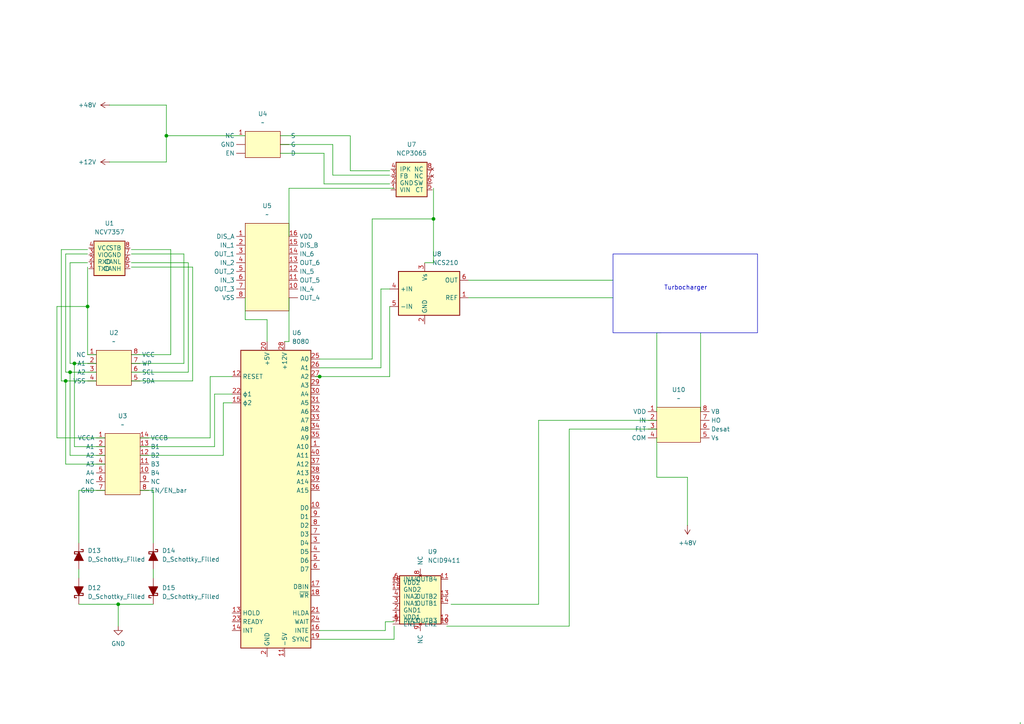
<source format=kicad_sch>
(kicad_sch (version 20250114) (generator "eeschema") (generator_version "9.0")
  (paper "A4")
  (lib_symbols
    (symbol "Amplifier_Current:NCS210"
      (property "Reference" "U" (at -7.62 8.89 0))
      (property "Value" "NCS210" (at 2.54 8.89 0))
      (symbol "NCS210_1_1"
        (pin input line (at -10.16 2.54 0) (length 2.54) (name "+IN") (number "4"))
        (pin input line (at -10.16 -2.54 0) (length 2.54) (name "-IN") (number "5"))
        (pin power_in line (at 0 10.16 270) (length 2.54) (name "Vs") (number "3"))
        (pin power_in line (at 0 -7.62 90) (length 2.54) (name "GND") (number "2"))
        (pin output line (at 12.7 5.08 180) (length 2.54) (name "OUT") (number "6"))
        (pin input line (at 12.7 0 180) (length 2.54) (name "REF") (number "1"))
      )
    )
    (symbol "Amplifier_Operational:TLV172IDCK" (pin_names (offset 0.127))
      (property "Reference" "U" (at 7.62 2.54 0))
      (property "Value" "TLV172IDCK" (at 11.43 -2.54 0))
      (symbol "TLV172IDCK_1_1"
        (pin input line (at -5.08 2.54 0) (length 2.54) (name "+") (number "1"))
        (pin input line (at -5.08 -2.54 0) (length 2.54) (name "-") (number "3"))
        (pin power_in line (at 0 7.62 270) (length 3.81) (name "V+") (number "5"))
        (pin power_in line (at 0 -7.62 90) (length 3.81) (name "V-") (number "2"))
        (pin output line (at 10.16 0 180) (length 2.54) (name "~") (number "4"))
      )
    )
    (symbol "Converter_ACDC:RAC20-05SK"
      (property "Reference" "PS" (at 0 6.35 0))
      (property "Value" "RAC20-05SK" (at 0 -6.35 0))
      (symbol "RAC20-05SK_1_1"
        (pin power_in line (at -10.16 2.54 0) (length 2.54) (name "AC(L)") (number "2"))
        (pin power_in line (at -10.16 -2.54 0) (length 2.54) (name "AC(N)") (number "1"))
        (pin power_out line (at 10.16 2.54 180) (length 2.54) (name "+Vout") (number "5"))
        (pin power_out line (at 10.16 -2.54 180) (length 2.54) (name "-Vout") (number "4"))
      )
    )
    (symbol "Device:D_Filled" (pin_numbers (hide yes)) (pin_names (offset 1.016) (hide yes))
      (property "Reference" "D" (at 0 2.54 0))
      (property "Value" "D_Filled" (at 0 -2.54 0))
      (symbol "D_Filled_1_1"
        (pin passive line (at -3.81 0 0) (length 2.54) (name "K") (number "1"))
        (pin passive line (at 3.81 0 180) (length 2.54) (name "A") (number "2"))
      )
    )
    (symbol "Device:D_Schottky_Filled" (pin_numbers (hide yes)) (pin_names (offset 1.016) (hide yes))
      (property "Reference" "D" (at 0 2.54 0))
      (property "Value" "D_Schottky_Filled" (at 0 -2.54 0))
      (symbol "D_Schottky_Filled_1_1"
        (pin passive line (at -3.81 0 0) (length 2.54) (name "K") (number "1"))
        (pin passive line (at 3.81 0 180) (length 2.54) (name "A") (number "2"))
      )
    )
    (symbol "MCU_Intel:8080"
      (property "Reference" "U" (at -7.62 44.45 0))
      (property "Value" "8080" (at 7.62 44.45 0))
      (symbol "8080_1_1"
        (pin input line (at -12.7 35.56 0) (length 2.54) (name "RESET") (number "12"))
        (pin input line (at -12.7 30.48 0) (length 2.54) (name "ϕ1") (number "22"))
        (pin input line (at -12.7 27.94 0) (length 2.54) (name "ϕ2") (number "15"))
        (pin input line (at -12.7 -33.02 0) (length 2.54) (name "HOLD") (number "13"))
        (pin input line (at -12.7 -35.56 0) (length 2.54) (name "READY") (number "23"))
        (pin input line (at -12.7 -38.1 0) (length 2.54) (name "INT") (number "14"))
        (pin power_in line (at -2.54 45.72 270) (length 2.54) (name "+5V") (number "20"))
        (pin power_in line (at -2.54 -45.72 90) (length 2.54) (name "GND") (number "2"))
        (pin power_in line (at 2.54 45.72 270) (length 2.54) (name "+12V") (number "28"))
        (pin power_in line (at 2.54 -45.72 90) (length 2.54) (name "-5V") (number "11"))
        (pin output line (at 12.7 40.64 180) (length 2.54) (name "A0") (number "25"))
        (pin output line (at 12.7 38.1 180) (length 2.54) (name "A1") (number "26"))
        (pin output line (at 12.7 35.56 180) (length 2.54) (name "A2") (number "27"))
        (pin output line (at 12.7 33.02 180) (length 2.54) (name "A3") (number "29"))
        (pin output line (at 12.7 30.48 180) (length 2.54) (name "A4") (number "30"))
        (pin output line (at 12.7 27.94 180) (length 2.54) (name "A5") (number "31"))
        (pin output line (at 12.7 25.4 180) (length 2.54) (name "A6") (number "32"))
        (pin output line (at 12.7 22.86 180) (length 2.54) (name "A7") (number "33"))
        (pin output line (at 12.7 20.32 180) (length 2.54) (name "A8") (number "34"))
        (pin output line (at 12.7 17.78 180) (length 2.54) (name "A9") (number "35"))
        (pin output line (at 12.7 15.24 180) (length 2.54) (name "A10") (number "1"))
        (pin output line (at 12.7 12.7 180) (length 2.54) (name "A11") (number "40"))
        (pin output line (at 12.7 10.16 180) (length 2.54) (name "A12") (number "37"))
        (pin output line (at 12.7 7.62 180) (length 2.54) (name "A13") (number "38"))
        (pin output line (at 12.7 5.08 180) (length 2.54) (name "A14") (number "39"))
        (pin output line (at 12.7 2.54 180) (length 2.54) (name "A15") (number "36"))
        (pin bidirectional line (at 12.7 -2.54 180) (length 2.54) (name "D0") (number "10"))
        (pin bidirectional line (at 12.7 -5.08 180) (length 2.54) (name "D1") (number "9"))
        (pin bidirectional line (at 12.7 -7.62 180) (length 2.54) (name "D2") (number "8"))
        (pin bidirectional line (at 12.7 -10.16 180) (length 2.54) (name "D3") (number "7"))
        (pin bidirectional line (at 12.7 -12.7 180) (length 2.54) (name "D4") (number "3"))
        (pin bidirectional line (at 12.7 -15.24 180) (length 2.54) (name "D5") (number "4"))
        (pin bidirectional line (at 12.7 -17.78 180) (length 2.54) (name "D6") (number "5"))
        (pin bidirectional line (at 12.7 -20.32 180) (length 2.54) (name "D7") (number "6"))
        (pin output line (at 12.7 -25.4 180) (length 2.54) (name "DBIN") (number "17"))
        (pin output line (at 12.7 -27.94 180) (length 2.54) (name "~{WR}") (number "18"))
        (pin output line (at 12.7 -33.02 180) (length 2.54) (name "HLDA") (number "21"))
        (pin output line (at 12.7 -35.56 180) (length 2.54) (name "WAIT") (number "24"))
        (pin output line (at 12.7 -38.1 180) (length 2.54) (name "INTE") (number "16"))
        (pin output line (at 12.7 -40.64 180) (length 2.54) (name "SYNC") (number "19"))
      )
    )
    (symbol "NCV2901_1"
      (property "Reference" "U" (at 0 0 0))
      (symbol "NCV2901_1_1_1"
        (pin input line (at -85.09 -48.26 180) (length 2.54) (name "Output_2") (number "1"))
        (pin input line (at -85.09 -64.77 180) (length 2.54) (name "Output_1") (number "2"))
        (pin input line (at -85.09 -83.82 180) (length 2.54) (name "VCC") (number "3"))
        (pin input line (at -85.09 -101.6 180) (length 2.54) (name "-_Input_1") (number "4"))
        (pin input line (at -85.09 -121.92 180) (length 2.54) (name "+_Input_1") (number "5"))
        (pin input line (at -85.09 -143.51 180) (length 2.54) (name "-_Input_2") (number "6"))
        (pin input line (at -85.09 -163.83 180) (length 2.54) (name "+_Input_2") (number "7"))
        (pin input line (at 85.09 -48.26 0) (length 2.54) (name "Output_3") (number "14"))
        (pin input line (at 85.09 -63.5 0) (length 2.54) (name "Output_4") (number "13"))
        (pin input line (at 85.09 -82.55 0) (length 2.54) (name "GND") (number "12"))
        (pin input line (at 85.09 -101.6 0) (length 2.54) (name "+_Input_4") (number "11"))
        (pin input line (at 85.09 -120.65 0) (length 2.54) (name "-_Input_4") (number "10"))
        (pin input line (at 85.09 -142.24 0) (length 2.54) (name "+_Input_3") (number "9"))
        (pin input line (at 85.09 -162.56 0) (length 2.54) (name "-_Input_3") (number "8"))
      )
    )
    (symbol "icepowertrain_components:BC846BPDW1"
      (property "Reference" "U" (at 0 0 0))
      (symbol "BC846BPDW1_1_1"
        (pin input line (at -3.81 -6.35 270) (length 2.54) (name "") (number "6"))
        (pin input line (at -3.81 -17.78 270) (length 2.54) (name "") (number "1"))
        (pin input line (at 0 -6.35 270) (length 2.54) (name "") (number "5"))
        (pin input line (at 0 -17.78 270) (length 2.54) (name "") (number "2"))
        (pin input line (at 3.81 -6.35 270) (length 2.54) (name "") (number "4"))
        (pin input line (at 3.81 -17.78 270) (length 2.54) (name "") (number "3"))
      )
    )
    (symbol "icepowertrain_components:CAV93C56"
      (property "Reference" "U" (at 0 0 0))
      (symbol "CAV93C56_1_1"
        (pin input line (at -6.35 -5.08 180) (length 2.54) (name "CS") (number "1"))
        (pin input line (at -6.35 -7.62 180) (length 2.54) (name "SK") (number "2"))
        (pin input line (at -6.35 -10.16 180) (length 2.54) (name "DI") (number "3"))
        (pin input line (at -6.35 -12.7 180) (length 2.54) (name "DO") (number "4"))
        (pin input line (at 6.35 -5.08 0) (length 2.54) (name "VCC") (number "8"))
        (pin input line (at 6.35 -7.62 0) (length 2.54) (name "NC") (number "7"))
        (pin input line (at 6.35 -10.16 0) (length 2.54) (name "ORG") (number "6"))
        (pin input line (at 6.35 -12.7 0) (length 2.54) (name "GND") (number "5"))
      )
    )
    (symbol "icepowertrain_components:CAV93C76"
      (property "Reference" "U" (at 0 0 0))
      (symbol "CAV93C76_1_1"
        (pin input line (at -7.62 -5.08 180) (length 2.54) (name "CS") (number "1"))
        (pin input line (at -7.62 -7.62 180) (length 2.54) (name "SK") (number ""))
        (pin input line (at -7.62 -10.16 180) (length 2.54) (name "DI") (number ""))
        (pin input line (at -7.62 -12.7 180) (length 2.54) (name "DO") (number ""))
        (pin input line (at 7.62 -5.08 0) (length 2.54) (name "VCC") (number ""))
        (pin input line (at 7.62 -7.62 0) (length 2.54) (name "NC") (number ""))
        (pin input line (at 7.62 -10.16 0) (length 2.54) (name "ORG") (number ""))
        (pin input line (at 7.62 -12.7 0) (length 2.54) (name "GND") (number ""))
      )
    )
    (symbol "icepowertrain_components:FAD3151MXA"
      (property "Reference" "U" (at 0 0 0))
      (symbol "FAD3151MXA_1_1"
        (pin input line (at -6.35 -3.81 180) (length 2.54) (name "VDD") (number "1"))
        (pin input line (at -6.35 -6.35 180) (length 2.54) (name "IN") (number "2"))
        (pin input line (at -6.35 -8.89 180) (length 2.54) (name "FLT") (number "3"))
        (pin input line (at -6.35 -11.43 180) (length 2.54) (name "COM") (number "4"))
        (pin input line (at 6.35 -3.81 0) (length 2.54) (name "VB") (number "8"))
        (pin input line (at 6.35 -6.35 0) (length 2.54) (name "HO") (number "7"))
        (pin input line (at 6.35 -8.89 0) (length 2.54) (name "Desat") (number "6"))
        (pin input line (at 6.35 -11.43 0) (length 2.54) (name "Vs") (number "5"))
      )
    )
    (symbol "icepowertrain_components:MC14071B"
      (property "Reference" "U" (at 0 0 0))
      (symbol "MC14071B_1_1"
        (pin input line (at -7.62 -5.08 180) (length 2.54) (name "IN_1A") (number "1"))
        (pin input line (at -7.62 -8.89 180) (length 2.54) (name "IN_2A") (number "2"))
        (pin input line (at -7.62 -12.7 180) (length 2.54) (name "OUT_A") (number "3"))
        (pin input line (at -7.62 -16.51 180) (length 2.54) (name "OUT_B") (number "4"))
        (pin input line (at -7.62 -20.32 180) (length 2.54) (name "IN_1B") (number "5"))
        (pin input line (at -7.62 -24.13 180) (length 2.54) (name "IN_2B") (number "6"))
        (pin input line (at -7.62 -27.94 180) (length 2.54) (name "VSS") (number "7"))
        (pin input line (at 7.62 -5.08 0) (length 2.54) (name "VDD") (number "14"))
        (pin input line (at 7.62 -8.89 0) (length 2.54) (name "IN_2D") (number "13"))
        (pin input line (at 7.62 -12.7 0) (length 2.54) (name "IN_1D") (number "12"))
        (pin input line (at 7.62 -16.51 0) (length 2.54) (name "OUT_D") (number "11"))
        (pin input line (at 7.62 -20.32 0) (length 2.54) (name "OUT_C") (number "10"))
        (pin input line (at 7.62 -24.13 0) (length 2.54) (name "IN_2C") (number "9"))
        (pin input line (at 7.62 -27.94 0) (length 2.54) (name "IN_1C") (number "8"))
      )
    )
    (symbol "icepowertrain_components:MC14503B"
      (property "Reference" "U" (at 0 0 0))
      (symbol "MC14503B_1_1"
        (pin input line (at -6.35 -5.08 180) (length 2.54) (name "DIS_A") (number "1"))
        (pin input line (at -6.35 -7.62 180) (length 2.54) (name "IN_1") (number "2"))
        (pin input line (at -6.35 -10.16 180) (length 2.54) (name "OUT_1") (number "3"))
        (pin input line (at -6.35 -12.7 180) (length 2.54) (name "IN_2") (number "4"))
        (pin input line (at -6.35 -15.24 180) (length 2.54) (name "OUT_2") (number "5"))
        (pin input line (at -6.35 -17.78 180) (length 2.54) (name "IN_3") (number "6"))
        (pin input line (at -6.35 -20.32 180) (length 2.54) (name "OUT_3") (number "7"))
        (pin input line (at -6.35 -22.86 180) (length 2.54) (name "VSS") (number "8"))
        (pin input line (at 6.35 -5.08 0) (length 2.54) (name "VDD") (number "16"))
        (pin input line (at 6.35 -7.62 0) (length 2.54) (name "DIS_B") (number "15"))
        (pin input line (at 6.35 -10.16 0) (length 2.54) (name "IN_6") (number "14"))
        (pin input line (at 6.35 -12.7 0) (length 2.54) (name "OUT_6") (number "13"))
        (pin input line (at 6.35 -15.24 0) (length 2.54) (name "IN_5") (number "12"))
        (pin input line (at 6.35 -17.78 0) (length 2.54) (name "OUT_5") (number "11"))
        (pin input line (at 6.35 -20.32 0) (length 2.54) (name "IN_4") (number "10"))
        (pin input line (at 6.35 -22.86 0) (length 2.54) (name "OUT_4") (number ""))
      )
    )
    (symbol "icepowertrain_components:NCS2200"
      (property "Reference" "U" (at 0 0 0))
      (symbol "NCS2200_1_1"
        (pin input line (at -5.08 -2.54 180) (length 2.54) (name "VEE") (number "1"))
        (pin input line (at -5.08 -3.81 180) (length 2.54) (name "VCC") (number "2"))
        (pin input line (at -5.08 -5.08 180) (length 2.54) (name "IN-") (number "3"))
        (pin input line (at 5.08 -2.54 0) (length 2.54) (name "VOUT") (number "6"))
        (pin input line (at 5.08 -3.81 0) (length 2.54) (name "NC") (number "5"))
        (pin input line (at 5.08 -5.08 0) (length 2.54) (name "IN+") (number "4"))
      )
    )
    (symbol "icepowertrain_components:NCV-RSL15"
      (property "Reference" "U" (at 0 0 0))
      (symbol "NCV-RSL15_1_1"
        (pin input line (at -24.13 -11.43 180) (length 2.54) (name "XTAL32K_IN") (number "1"))
        (pin input line (at -24.13 -15.24 180) (length 2.54) (name "XTAL32K_OUT") (number "2"))
        (pin input line (at -24.13 -19.05 180) (length 2.54) (name "NRESET") (number "3"))
        (pin input line (at -24.13 -22.86 180) (length 2.54) (name "VPP") (number "4"))
        (pin input line (at -24.13 -26.67 180) (length 2.54) (name "VSSD") (number "5"))
        (pin input line (at -24.13 -30.48 180) (length 2.54) (name "RES") (number "6"))
        (pin input line (at -24.13 -34.29 180) (length 2.54) (name "GPIO[0]") (number "7"))
        (pin input line (at -24.13 -38.1 180) (length 2.54) (name "GPIO[1]") (number "8"))
        (pin input line (at -24.13 -41.91 180) (length 2.54) (name "GPIO[9]") (number "9"))
        (pin input line (at -24.13 -45.72 180) (length 2.54) (name "GPIO[10]") (number "10"))
        (pin input line (at -19.05 -50.8 270) (length 2.54) (name "GPIO[2]") (number "11"))
        (pin input line (at -17.78 -6.35 90) (length 2.54) (name "VSSA") (number "40"))
        (pin input line (at -15.24 -50.8 270) (length 2.54) (name "GPIO[3]") (number "12"))
        (pin input line (at -13.97 -6.35 90) (length 2.54) (name "VBAT") (number "39"))
        (pin input line (at -11.43 -50.8 270) (length 2.54) (name "GPIO[4]") (number "13"))
        (pin input line (at -10.16 -6.35 90) (length 2.54) (name "VDC") (number "38"))
        (pin input line (at -7.62 -50.8 270) (length 2.54) (name "GPIO[11]") (number "14"))
        (pin input line (at -6.35 -6.35 90) (length 2.54) (name "VCC") (number "37"))
        (pin input line (at -3.81 -50.8 270) (length 2.54) (name "GPIO[15]") (number "15"))
        (pin input line (at -2.54 -6.35 90) (length 2.54) (name "VDDA") (number "36"))
        (pin input line (at 1.27 -6.35 90) (length 2.54) (name "CAP0") (number "35"))
        (pin input line (at 1.27 -50.8 270) (length 2.54) (name "GPIO[12]") (number "16"))
        (pin input line (at 5.08 -6.35 90) (length 2.54) (name "CAP1") (number "34"))
        (pin input line (at 6.35 -50.8 270) (length 2.54) (name "GPIO[16]") (number "17"))
        (pin input line (at 8.89 -6.35 90) (length 2.54) (name "VDDFLASH") (number "33"))
        (pin input line (at 11.43 -50.8 270) (length 2.54) (name "GPIO[13]") (number "18"))
        (pin input line (at 12.7 -6.35 90) (length 2.54) (name "VSSPA") (number "32"))
        (pin input line (at 15.24 -50.8 270) (length 2.54) (name "GPIO[7]") (number "19"))
        (pin input line (at 16.51 -6.35 90) (length 2.54) (name "RF") (number "31"))
        (pin input line (at 19.05 -50.8 270) (length 2.54) (name "GPIO[8]") (number "20"))
        (pin input line (at 24.13 -11.43 0) (length 2.54) (name "VSSRF") (number "30"))
        (pin input line (at 24.13 -15.24 0) (length 2.54) (name "VDDRF") (number "29"))
        (pin input line (at 24.13 -19.05 0) (length 2.54) (name "XTAL48M_OUT") (number "28"))
        (pin input line (at 24.13 -22.86 0) (length 2.54) (name "VSUB") (number "27"))
        (pin input line (at 24.13 -26.67 0) (length 2.54) (name "XTAL48M_IN") (number "26"))
        (pin input line (at 24.13 -30.48 0) (length 2.54) (name "SHLD") (number "25"))
        (pin input line (at 24.13 -34.29 0) (length 2.54) (name "SWCLK") (number "24"))
        (pin input line (at 24.13 -38.1 0) (length 2.54) (name "SWDIO") (number "23"))
        (pin input line (at 24.13 -41.91 0) (length 2.54) (name "VDDO") (number "22"))
        (pin input line (at 24.13 -45.72 0) (length 2.54) (name "GPIO[14]") (number "21"))
      )
    )
    (symbol "icepowertrain_components:NCV1009"
      (property "Reference" "U" (at 0 0 0))
      (symbol "NCV1009_1_1"
        (pin input line (at -5.08 -3.81 180) (length 2.54) (name "NC") (number "1"))
        (pin input line (at -5.08 -6.35 180) (length 2.54) (name "NC") (number "2"))
        (pin input line (at -5.08 -8.89 180) (length 2.54) (name "NC") (number "3"))
        (pin input line (at -5.08 -11.43 180) (length 2.54) (name "GND") (number "4"))
        (pin input line (at 5.08 -3.81 0) (length 2.54) (name "NC") (number "8"))
        (pin input line (at 5.08 -6.35 0) (length 2.54) (name "NC") (number "7"))
        (pin input line (at 5.08 -8.89 0) (length 2.54) (name "VREF") (number "6"))
        (pin input line (at 5.08 -11.43 0) (length 2.54) (name "ADJ._PIN") (number "5"))
      )
    )
    (symbol "icepowertrain_components:NCV12711"
      (property "Reference" "U" (at 0 0 0))
      (symbol "NCV12711_1_1"
        (pin input line (at -5.08 -5.08 180) (length 2.54) (name "UVLO") (number "1"))
        (pin input line (at -5.08 -10.16 180) (length 2.54) (name "FB") (number "2"))
        (pin input line (at -5.08 -15.24 180) (length 2.54) (name "SS") (number "3"))
        (pin input line (at -5.08 -20.32 180) (length 2.54) (name "RT") (number "4"))
        (pin input line (at -5.08 -25.4 180) (length 2.54) (name "COMP") (number "5"))
        (pin input line (at 5.08 -5.08 0) (length 2.54) (name "Vin") (number "10"))
        (pin input line (at 5.08 -10.16 0) (length 2.54) (name "VCC") (number "9"))
        (pin input line (at 5.08 -15.24 0) (length 2.54) (name "DRV") (number "8"))
        (pin input line (at 5.08 -20.32 0) (length 2.54) (name "GND") (number "7"))
        (pin input line (at 5.08 -25.4 0) (length 2.54) (name "CS") (number "6"))
      )
    )
    (symbol "icepowertrain_components:NCV3064"
      (property "Reference" "U" (at 0 0 0))
      (symbol "NCV3064_1_1"
        (pin input line (at -7.62 -6.35 180) (length 2.54) (name "Switch_Collector") (number "1"))
        (pin input line (at -7.62 -10.16 180) (length 2.54) (name "Switch_Emitter") (number "2"))
        (pin input line (at -7.62 -13.97 180) (length 2.54) (name "Timing_Capacitor") (number "3"))
        (pin input line (at -7.62 -17.78 180) (length 2.54) (name "GND") (number "4"))
        (pin input line (at 7.62 -6.35 0) (length 2.54) (name "ON/OFF_bar") (number "8"))
        (pin input line (at 7.62 -10.16 0) (length 2.54) (name "Ipk_Sense") (number "7"))
        (pin input line (at 7.62 -13.97 0) (length 2.54) (name "VCC") (number "6"))
        (pin input line (at 7.62 -17.78 0) (length 2.54) (name "Comparator_Inverting_Input") (number "5"))
      )
    )
    (symbol "icepowertrain_components:NCV459"
      (property "Reference" "U" (at 0 0 0))
      (symbol "NCV459_1_1"
        (pin input line (at -6.35 -3.81 180) (length 2.54) (name "GATE") (number ""))
        (pin input line (at -6.35 -7.62 180) (length 2.54) (name "OUT") (number ""))
        (pin input line (at -6.35 -11.43 180) (length 2.54) (name "OUT") (number ""))
        (pin input line (at -6.35 -15.24 180) (length 2.54) (name "GND") (number ""))
        (pin input line (at 6.35 -3.81 0) (length 2.54) (name "EN") (number ""))
        (pin input line (at 6.35 -7.62 0) (length 2.54) (name "IN") (number ""))
        (pin input line (at 6.35 -11.43 0) (length 2.54) (name "IN") (number ""))
        (pin input line (at 6.35 -15.24 0) (length 2.54) (name "VBIAS") (number ""))
      )
    )
    (symbol "icepowertrain_components:NCV51513"
      (property "Reference" "U" (at 0 0 0))
      (symbol "NCV51513_1_1"
        (pin input line (at -5.08 -2.54 180) (length 2.54) (name "VCC") (number "1"))
        (pin input line (at -5.08 -5.08 180) (length 2.54) (name "NC") (number "2"))
        (pin input line (at -5.08 -7.62 180) (length 2.54) (name "VB") (number "3"))
        (pin input line (at -5.08 -10.16 180) (length 2.54) (name "DRVH") (number "4"))
        (pin input line (at -5.08 -12.7 180) (length 2.54) (name "HB") (number "5"))
        (pin input line (at 5.08 -2.54 0) (length 2.54) (name "DRVL") (number "10"))
        (pin input line (at 5.08 -5.08 0) (length 2.54) (name "GND") (number "9"))
        (pin input line (at 5.08 -7.62 0) (length 2.54) (name "LIN") (number "8"))
        (pin input line (at 5.08 -10.16 0) (length 2.54) (name "HIN") (number "7"))
        (pin input line (at 5.08 -12.7 0) (length 2.54) (name "EN") (number "6"))
      )
    )
    (symbol "icepowertrain_components:NCV68061"
      (property "Reference" "U" (at 0 0 0))
      (symbol "NCV68061_1_1"
        (pin input line (at -5.08 -2.54 180) (length 2.54) (name "NC") (number "1"))
        (pin input line (at -5.08 -5.08 180) (length 2.54) (name "GND") (number ""))
        (pin input line (at -5.08 -7.62 180) (length 2.54) (name "EN") (number ""))
        (pin input line (at 5.08 -2.54 0) (length 2.54) (name "S") (number ""))
        (pin input line (at 5.08 -5.08 0) (length 2.54) (name "G") (number ""))
        (pin input line (at 5.08 -7.62 0) (length 2.54) (name "D") (number ""))
      )
    )
    (symbol "icepowertrain_components:NCV7240"
      (property "Reference" "U" (at 0 0 0))
      (symbol "NCV7240_1_1"
        (pin input line (at -12.7 -11.43 180) (length 2.54) (name "GND") (number "1"))
        (pin input line (at -12.7 -16.51 180) (length 2.54) (name "GND") (number ""))
        (pin input line (at -12.7 -22.86 180) (length 2.54) (name "OUT1") (number ""))
        (pin input line (at -12.7 -29.21 180) (length 2.54) (name "OUT2") (number ""))
        (pin input line (at -12.7 -35.56 180) (length 2.54) (name "OUT3") (number ""))
        (pin input line (at -12.7 -41.91 180) (length 2.54) (name "OUT4") (number ""))
        (pin input line (at -12.7 -48.26 180) (length 2.54) (name "OUT5") (number ""))
        (pin input line (at -12.7 -54.61 180) (length 2.54) (name "OUT6") (number ""))
        (pin input line (at -12.7 -60.96 180) (length 2.54) (name "OUT7") (number ""))
        (pin input line (at -12.7 -67.31 180) (length 2.54) (name "OUT8") (number ""))
        (pin input line (at -12.7 -72.39 180) (length 2.54) (name "GND") (number ""))
        (pin input line (at -12.7 -77.47 180) (length 2.54) (name "GND") (number ""))
        (pin input line (at 11.43 -11.43 0) (length 2.54) (name "VDDA") (number ""))
        (pin input line (at 11.43 -16.51 0) (length 2.54) (name "CSB") (number ""))
        (pin input line (at 11.43 -22.86 0) (length 2.54) (name "SI") (number ""))
        (pin input line (at 11.43 -29.21 0) (length 2.54) (name "EN") (number ""))
        (pin input line (at 11.43 -35.56 0) (length 2.54) (name "SCLK") (number ""))
        (pin input line (at 11.43 -41.91 0) (length 2.54) (name "SO") (number ""))
        (pin input line (at 11.43 -48.26 0) (length 2.54) (name "LHI") (number ""))
        (pin input line (at 11.43 -54.61 0) (length 2.54) (name "IN1") (number ""))
        (pin input line (at 11.43 -60.96 0) (length 2.54) (name "IN2") (number ""))
        (pin input line (at 11.43 -67.31 0) (length 2.54) (name "IN3") (number ""))
        (pin input line (at 11.43 -72.39 0) (length 2.54) (name "IN4") (number ""))
        (pin input line (at 11.43 -77.47 0) (length 2.54) (name "VDD") (number ""))
      )
    )
    (symbol "icepowertrain_components:NCV7450"
      (property "Reference" "U" (at 0 0 0))
      (symbol "NCV7450_1_1"
        (pin input line (at -7.62 -5.08 180) (length 2.54) (name "VR1") (number "1"))
        (pin input line (at -7.62 -8.89 180) (length 2.54) (name "WD_EN") (number "2"))
        (pin input line (at -7.62 -12.7 180) (length 2.54) (name "RSTN") (number "3"))
        (pin input line (at -7.62 -16.51 180) (length 2.54) (name "TxDC") (number "4"))
        (pin input line (at -7.62 -20.32 180) (length 2.54) (name "HS_DIAG") (number "5"))
        (pin input line (at -7.62 -24.13 180) (length 2.54) (name "RxDC") (number "6"))
        (pin input line (at -7.62 -27.94 180) (length 2.54) (name "WDI") (number "7"))
        (pin input line (at -7.62 -31.75 180) (length 2.54) (name "HS_EN") (number "8"))
        (pin input line (at 7.62 -5.08 0) (length 2.54) (name "VS1") (number "16"))
        (pin input line (at 7.62 -8.89 0) (length 2.54) (name "VS2") (number "15"))
        (pin input line (at 7.62 -12.7 0) (length 2.54) (name "HS") (number "14"))
        (pin input line (at 7.62 -16.51 0) (length 2.54) (name "GND") (number "13"))
        (pin input line (at 7.62 -20.32 0) (length 2.54) (name "CANL") (number "12"))
        (pin input line (at 7.62 -24.13 0) (length 2.54) (name "CANH") (number "11"))
        (pin input line (at 7.62 -27.94 0) (length 2.54) (name "GND") (number "10"))
        (pin input line (at 7.62 -31.75 0) (length 2.54) (name "CAN_EN") (number "9"))
      )
    )
    (symbol "icepowertrain_components:NLSX5004"
      (property "Reference" "U" (at 0 0 0))
      (symbol "NLSX5004_1_1"
        (pin input line (at -5.08 -3.81 180) (length 2.54) (name "VCCA") (number "1"))
        (pin input line (at -5.08 -6.35 180) (length 2.54) (name "A1") (number "2"))
        (pin input line (at -5.08 -8.89 180) (length 2.54) (name "A2") (number "3"))
        (pin input line (at -5.08 -11.43 180) (length 2.54) (name "A3") (number "4"))
        (pin input line (at -5.08 -13.97 180) (length 2.54) (name "A4") (number "5"))
        (pin input line (at -5.08 -16.51 180) (length 2.54) (name "NC") (number "6"))
        (pin input line (at -5.08 -19.05 180) (length 2.54) (name "GND") (number "7"))
        (pin input line (at 5.08 -3.81 0) (length 2.54) (name "VCCB") (number "14"))
        (pin input line (at 5.08 -6.35 0) (length 2.54) (name "B1") (number "13"))
        (pin input line (at 5.08 -8.89 0) (length 2.54) (name "B2") (number "12"))
        (pin input line (at 5.08 -11.43 0) (length 2.54) (name "B3") (number "11"))
        (pin input line (at 5.08 -13.97 0) (length 2.54) (name "B4") (number "10"))
        (pin input line (at 5.08 -16.51 0) (length 2.54) (name "NC") (number "9"))
        (pin input line (at 5.08 -19.05 0) (length 2.54) (name "EN/EN_bar") (number "8"))
      )
    )
    (symbol "icepowertrain_components:NUF6401MN"
      (property "Reference" "U" (at 0 0 0))
      (symbol "NUF6401MN_1_1"
        (pin input line (at -8.89 -2.54 90) (length 2.54) (name "") (number "1"))
        (pin input line (at -8.89 -12.7 90) (length 2.54) (name "") (number "12"))
        (pin input line (at -5.08 -2.54 90) (length 2.54) (name "") (number "2"))
        (pin input line (at -5.08 -12.7 90) (length 2.54) (name "") (number "11"))
        (pin input line (at -1.27 -2.54 90) (length 2.54) (name "") (number "3"))
        (pin input line (at -1.27 -12.7 90) (length 2.54) (name "") (number "10"))
        (pin input line (at 2.54 -2.54 90) (length 2.54) (name "") (number "4"))
        (pin input line (at 2.54 -12.7 90) (length 2.54) (name "") (number "9"))
        (pin input line (at 6.35 -2.54 90) (length 2.54) (name "") (number "5"))
        (pin input line (at 6.35 -12.7 90) (length 2.54) (name "") (number "8"))
        (pin input line (at 10.16 -2.54 90) (length 2.54) (name "") (number "6"))
        (pin input line (at 10.16 -12.7 90) (length 2.54) (name "") (number "7"))
      )
    )
    (symbol "icepowertrain_components:NV24C04LV"
      (property "Reference" "U" (at 0 0 0))
      (symbol "NV24C04LV_1_1"
        (pin input line (at -5.08 -5.08 180) (length 2.54) (name "NC") (number "1"))
        (pin input line (at -5.08 -7.62 180) (length 2.54) (name "A1") (number "2"))
        (pin input line (at -5.08 -10.16 180) (length 2.54) (name "A2") (number "3"))
        (pin input line (at -5.08 -12.7 180) (length 2.54) (name "VSS") (number "4"))
        (pin input line (at 5.08 -5.08 0) (length 2.54) (name "VCC") (number "8"))
        (pin input line (at 5.08 -7.62 0) (length 2.54) (name "WP") (number "7"))
        (pin input line (at 5.08 -10.16 0) (length 2.54) (name "SCL") (number "6"))
        (pin input line (at 5.08 -12.7 0) (length 2.54) (name "SDA") (number "5"))
      )
    )
    (symbol "icepowertrain_components:NVMFS3D6N10MCL"
      (property "Reference" "U" (at 0 0 0))
      (symbol "NVMFS3D6N10MCL_1_1"
        (pin input line (at -7.62 -3.81 180) (length 2.54) (name "S") (number ""))
        (pin input line (at -7.62 -6.35 180) (length 2.54) (name "S") (number ""))
        (pin input line (at -7.62 -8.89 180) (length 2.54) (name "S") (number ""))
        (pin input line (at -7.62 -11.43 180) (length 2.54) (name "G") (number ""))
        (pin input line (at -1.27 -2.54 90) (length 2.54) (name "D") (number ""))
        (pin input line (at -1.27 -12.7 270) (length 2.54) (name "D") (number ""))
        (pin input line (at 7.62 -3.81 0) (length 2.54) (name "D") (number ""))
        (pin input line (at 7.62 -11.43 0) (length 2.54) (name "D") (number ""))
      )
    )
    (symbol "icepowertrain_components:NVMFWS0D5N04XM"
      (property "Reference" "U" (at 0 0 0))
      (symbol "NVMFWS0D5N04XM_1_1"
        (pin input line (at -7.62 -3.81 180) (length 2.54) (name "S") (number ""))
        (pin input line (at -7.62 -7.62 180) (length 2.54) (name "S") (number ""))
        (pin input line (at -7.62 -11.43 180) (length 2.54) (name "S") (number ""))
        (pin input line (at -7.62 -15.24 180) (length 2.54) (name "G") (number ""))
        (pin input line (at -2.54 -2.54 90) (length 2.54) (name "D") (number ""))
        (pin input line (at -2.54 -17.78 270) (length 2.54) (name "D") (number ""))
        (pin input line (at 7.62 -3.81 0) (length 2.54) (name "D") (number ""))
        (pin input line (at 7.62 -15.24 0) (length 2.54) (name "D") (number ""))
      )
    )
    (symbol "icepowertrain_components:XL6009"
      (property "Reference" "U" (at 0 0 0))
      (symbol "XL6009_1_1"
        (pin input line (at 3.81 -3.81 0) (length 2.54) (name "FB") (number "5"))
        (pin input line (at 3.81 -6.35 0) (length 2.54) (name "VIN") (number "4"))
        (pin input line (at 3.81 -8.89 0) (length 2.54) (name "SW") (number "3"))
        (pin input line (at 3.81 -11.43 0) (length 2.54) (name "EN") (number "2"))
        (pin input line (at 3.81 -13.97 0) (length 2.54) (name "GND") (number "1"))
      )
    )
    (symbol "led_lighting_components:NCID9411" (pin_names (offset 1.016))
      (property "Reference" "U" (at 0 0 0))
      (property "Value" "NCID9411" (at 0 -5 0))
      (symbol "NCID9411_0_1"
        (pin input line (at -8 6 0) (length 2) (name "INA4") (number "6"))
        (pin power_in line (at -8 5 0) (length 2) (name "VDD2") (number "16"))
        (pin power_in line (at -8 3 0) (length 2) (name "GND2") (number "15"))
        (pin input line (at -8 1 0) (length 2) (name "INA2") (number "4"))
        (pin input line (at -8 -1 0) (length 2) (name "INA1") (number "3"))
        (pin power_in line (at -8 -3 0) (length 2) (name "GND1") (number "2"))
        (pin power_in line (at -8 -5 0) (length 2) (name "VDD1") (number "1"))
        (pin input line (at -8 -6 0) (length 2) (name "INA3") (number "5"))
        (pin input line (at -8 -7 0) (length 2) (name "EN1") (number "7"))
        (pin no_connect line (at 0 7 90) (length 2) (name "NC") (number "8"))
        (pin no_connect line (at 0 -7 270) (length 2) (name "NC") (number "9"))
        (pin output line (at 8 6 180) (length 2) (name "OUTB4") (number "11"))
        (pin output line (at 8 1 180) (length 2) (name "OUTB2") (number "13"))
        (pin output line (at 8 -1 180) (length 2) (name "OUTB1") (number "14"))
        (pin output line (at 8 -6 180) (length 2) (name "OUTB3") (number "12"))
        (pin input line (at 8 -7 180) (length 2) (name "EN2") (number "10"))
      )
    )
    (symbol "led_lighting_components:NCP3065" (pin_names (offset 1.016))
      (property "Reference" "U" (at 0 0 0))
      (property "Value" "NCP3065" (at 0 -4 0))
      (symbol "NCP3065_0_1"
        (pin input line (at -6 3 0) (length 1.5) (name "IPK") (number "4"))
        (pin input line (at -6 1 0) (length 1.5) (name "FB") (number "3"))
        (pin power_in line (at -6 -1 0) (length 1.5) (name "GND") (number "2"))
        (pin power_in line (at -6 -3 0) (length 1.5) (name "VIN") (number "1"))
        (pin no_connect line (at 6 3 180) (length 1.5) (name "NC") (number "8"))
        (pin no_connect line (at 6 1 180) (length 1.5) (name "NC") (number "7"))
        (pin output line (at 6 -1 180) (length 1.5) (name "SW") (number "6"))
        (pin passive line (at 6 -3 180) (length 1.5) (name "CT") (number "5"))
      )
    )
    (symbol "led_lighting_components:NCV7357" (pin_names (offset 1.016))
      (property "Reference" "U" (at 0 0 0))
      (property "Value" "NCV7357" (at 0 -4 0))
      (symbol "NCV7357_0_1"
        (pin power_in line (at -6 3 0) (length 1.5) (name "VCC") (number "4"))
        (pin power_in line (at -6 1 0) (length 1.5) (name "VIO") (number "3"))
        (pin output line (at -6 -1 0) (length 1.5) (name "RXD") (number "2"))
        (pin input line (at -6 -3 0) (length 1.5) (name "TXD") (number "1"))
        (pin input line (at 6 3 180) (length 1.5) (name "STB") (number "8"))
        (pin power_in line (at 6 1 180) (length 1.5) (name "GND") (number "7"))
        (pin power_in line (at 6 -1 180) (length 1.5) (name "CANL") (number "6"))
        (pin power_in line (at 6 -3 180) (length 1.5) (name "CANH") (number "5"))
      )
    )
    (symbol "led_lighting_components:NCV8730" (pin_names (offset 1.016))
      (property "Reference" "U" (at 0 0 0))
      (property "Value" "NCV8730" (at 0 -3.5 0))
      (symbol "NCV8730_0_1"
        (pin power_in line (at -5 2 0) (length 1.5) (name "GND") (number "2"))
        (pin power_in line (at -5 -2 0) (length 1.5) (name "VIN") (number "1"))
        (pin input line (at 5 2 180) (length 1.5) (name "EN/PG") (number "4"))
        (pin power_out line (at 5 -2 180) (length 1.5) (name "VOUT") (number "3"))
      )
    )
    (symbol "led_lighting_components:NIS6150" (pin_names (offset 1.016))
      (property "Reference" "U" (at 0 0 0))
      (property "Value" "NIS6150" (at 0 -3.81 0))
      (symbol "NIS6150_0_1"
        (pin input line (at -6 4 0) (length 2.5) (name "EN") (number "4"))
        (pin power_in line (at -6 0 0) (length 2.5) (name "GND") (number "3"))
        (pin power_in line (at -6 -4 0) (length 2.5) (name "VIN") (number "1"))
        (pin output line (at 6 4 180) (length 2.5) (name "FLAG") (number "6"))
        (pin input line (at 6 0 180) (length 2.5) (name "ILIM") (number "5"))
        (pin power_out line (at 6 -4 180) (length 2.5) (name "VOUT") (number "2"))
      )
    )
    (symbol "power:+12V" (power) (pin_numbers (hide yes)) (pin_names (offset 0) (hide yes))
      (property "Value" "+12V" (at 0 3.556 0))
      (symbol "+12V_1_1"
        (pin power_in line (at 0 0 90) (length 0) (name "~") (number "1"))
      )
    )
    (symbol "power:+48V" (power) (pin_numbers (hide yes)) (pin_names (offset 0) (hide yes))
      (property "Value" "+48V" (at 0 3.556 0))
      (symbol "+48V_1_1"
        (pin power_in line (at 0 0 90) (length 0) (name "~") (number "1"))
      )
    )
    (symbol "power:AC" (power) (pin_numbers (hide yes)) (pin_names (offset 0) (hide yes))
      (property "Value" "AC" (at 0 6.35 0))
      (symbol "AC_1_1"
        (pin power_in line (at 0 0 90) (length 0) (name "~") (number "1"))
      )
    )
    (symbol "power:GND" (power) (pin_numbers (hide yes)) (pin_names (offset 0) (hide yes))
      (property "Value" "GND" (at 0 -3.81 0))
      (symbol "GND_1_1"
        (pin power_in line (at 0 0 270) (length 0) (name "~") (number "1"))
      )
    )
  )
  (rectangle (start 74.93 359.41) (end 114.3 389.89))
  (rectangle (start 8.89 481.33) (end 35.56 499.11))
  (rectangle (start 125.73 480.06) (end 157.48 497.84))
  (rectangle (start 8.89 439.42) (end 40.64 464.82))
  (rectangle (start 175.514 219.202) (end 231.394 236.982))
  (rectangle (start 247.142 532.638) (end 327.152 569.468))
  (rectangle (start 74.93 482.6) (end 109.22 499.11))
  (rectangle (start 71.12 439.42) (end 111.76 463.55))
  (rectangle (start 177.8 73.66) (end 219.71 96.52))
  (text "Turbocharger" (at 198.882 83.566 0) (effects (font (size 1.27 1.27))))
  (text "Solenoid" (at 94.488 374.142 0) (effects (font (size 1.27 1.27))))
  (text "Engine Unit Sensors and Feedback" (at 203.2 226.06 0) (effects (font (size 1.27 1.27))))
  (text "High Pressure Pump" (at 92.202 449.834 0) (effects (font (size 1.27 1.27))))
  (text "Injector" (at 142.494 486.156 0) (effects (font (size 1.27 1.27))))
  (text "Starter-Generator" (at 287.02 552.45 0) (effects (font (size 1.27 1.27))))
  (text "MHEV Starter Generator" (at 46.99 793.75 0) (effects (font (size 1.27 1.27))))
  (text "Common Rail" (at 92.202 487.934 0) (effects (font (size 1.27 1.27))))
  (text "Rail Pressure Sensor" (at 22.86 488.442 0) (effects (font (size 1.27 1.27))))
  (text "Tank" (at 24.384 451.358 0) (effects (font (size 1.27 1.27))))
  (junction (at 346.71 803.91))
  (junction (at 45.72 542.29))
  (junction (at 250.19 420.37))
  (junction (at 226.06 414.02))
  (junction (at 24.13 676.91))
  (junction (at 24.13 694.69))
  (junction (at 311.15 787.4))
  (junction (at 72.39 694.69))
  (junction (at 402.59 772.16))
  (junction (at 245.11 593.09))
  (junction (at 245.11 666.75))
  (junction (at 353.06 796.29))
  (junction (at 160.02 260.35))
  (junction (at 238.76 256.54))
  (junction (at 245.11 688.34))
  (junction (at 245.11 609.6))
  (junction (at 236.22 420.37))
  (junction (at 40.64 257.81))
  (junction (at 21.59 105.41))
  (junction (at 415.29 687.07))
  (junction (at 170.18 267.97))
  (junction (at 215.9 539.75))
  (junction (at 415.29 707.39))
  (junction (at 43.18 542.29))
  (junction (at -66.04 664.21))
  (junction (at 254 420.37))
  (junction (at 228.6 267.97))
  (junction (at 189.23 299.72))
  (junction (at 245.11 708.66))
  (junction (at 25.4 88.9))
  (junction (at 160.02 257.81))
  (junction (at 226.06 417.83))
  (junction (at 92.71 109.22))
  (junction (at 231.14 463.55))
  (junction (at 48.26 542.29))
  (junction (at 19.05 110.49))
  (junction (at -78.74 622.3))
  (junction (at 231.14 420.37))
  (junction (at 35.56 542.29))
  (junction (at 224.79 464.82))
  (junction (at -74.93 627.38))
  (junction (at 20.32 107.95))
  (junction (at 245.11 646.43))
  (junction (at -85.09 617.22))
  (junction (at 346.71 787.4))
  (junction (at 34.29 175.26))
  (junction (at 285.75 420.37))
  (junction (at 278.13 458.47))
  (junction (at 16.51 576.58))
  (junction (at 39.37 542.29))
  (junction (at 402.59 789.94))
  (junction (at 233.68 420.37))
  (junction (at 48.26 39.37))
  (junction (at 222.25 547.37))
  (junction (at 13.97 600.71))
  (junction (at 227.33 420.37))
  (junction (at 314.96 803.91))
  (junction (at 15.24 287.02))
  (junction (at 125.73 63.5))
  (junction (at 24.13 674.37))
  (junction (at 238.76 254))
  (junction (at 22.86 259.08))
  (wire (pts (xy 245.11 688.34) (xy 262.89 688.34)))
  (wire (pts (xy 91.44 252.73) (xy 91.44 257.81)))
  (wire (pts (xy 43.18 571.5) (xy 43.18 542.29)))
  (wire (pts (xy -78.74 622.3) (xy -68.58 622.3)))
  (wire (pts (xy 214.63 433.07) (xy 236.22 433.07)))
  (wire (pts (xy 22.86 165.1) (xy 22.86 167.64)))
  (wire (pts (xy -35.56 674.37) (xy -35.56 627.38)))
  (wire (pts (xy 24.13 702.31) (xy 24.13 694.69)))
  (wire (pts (xy 374.65 656.59) (xy 393.7 656.59)))
  (wire (pts (xy -2.54 662.94) (xy 7.62 662.94)))
  (wire (pts (xy -73.66 580.39) (xy -81.28 580.39)))
  (wire (pts (xy 101.6 49.53) (xy 113.03 49.53)))
  (wire (pts (xy 160.02 245.11) (xy 160.02 236.22)))
  (wire (pts (xy 213.36 708.66) (xy 213.36 662.94)))
  (wire (pts (xy 7.62 259.08) (xy 11.43 259.08)))
  (wire (pts (xy 40.64 294.64) (xy 40.64 292.1)))
  (wire (pts (xy 250.19 420.37) (xy 254 420.37)))
  (wire (pts (xy 109.22 660.4) (xy 167.64 660.4)))
  (wire (pts (xy 222.25 609.6) (xy 245.11 609.6)))
  (wire (pts (xy 254 297.18) (xy 254 259.08)))
  (wire (pts (xy 177.8 741.68) (xy 177.8 784.86)))
  (wire (pts (xy -64.77 542.29) (xy 35.56 542.29)))
  (wire (pts (xy 148.59 297.18) (xy 189.23 297.18)))
  (wire (pts (xy 135.89 86.36) (xy 177.8 86.36)))
  (wire (pts (xy 99.06 712.47) (xy 116.84 712.47)))
  (wire (pts (xy 86.36 708.66) (xy 116.84 708.66)))
  (wire (pts (xy 107.95 63.5) (xy 125.73 63.5)))
  (wire (pts (xy 407.67 707.39) (xy 415.29 707.39)))
  (wire (pts (xy 204.47 326.39) (xy 204.47 350.52)))
  (wire (pts (xy 215.9 688.34) (xy 215.9 660.4)))
  (wire (pts (xy 83.82 54.61) (xy 114.3 54.61)))
  (wire (pts (xy 22.86 279.4) (xy 22.86 287.02)))
  (wire (pts (xy -74.93 591.82) (xy -74.93 627.38)))
  (wire (pts (xy 26.67 624.84) (xy 30.48 624.84)))
  (wire (pts (xy -71.12 650.24) (xy -71.12 632.46)))
  (wire (pts (xy 231.14 420.37) (xy 233.68 420.37)))
  (wire (pts (xy 199.39 152.4) (xy 199.39 138.43)))
  (wire (pts (xy 41.91 342.9) (xy 99.06 342.9)))
  (wire (pts (xy 274.32 256.54) (xy 281.94 256.54)))
  (wire (pts (xy 40.64 142.24) (xy 44.45 142.24)))
  (wire (pts (xy 21.59 248.92) (xy 29.21 248.92)))
  (wire (pts (xy 113.03 83.82) (xy 110.49 83.82)))
  (wire (pts (xy 238.76 267.97) (xy 238.76 256.54)))
  (wire (pts (xy 224.79 314.96) (xy 224.79 320.04)))
  (wire (pts (xy 96.52 50.8) (xy 113.03 50.8)))
  (wire (pts (xy 314.96 803.91) (xy 322.58 803.91)))
  (wire (pts (xy 157.48 485.14) (xy 224.79 485.14)))
  (wire (pts (xy 264.16 458.47) (xy 278.13 458.47)))
  (wire (pts (xy 231.14 231.14) (xy 281.94 231.14)))
  (wire (pts (xy 182.88 741.68) (xy 182.88 781.05)))
  (wire (pts (xy 142.24 601.98) (xy 148.59 601.98)))
  (wire (pts (xy 99.06 342.9) (xy 99.06 359.41)))
  (wire (pts (xy 217.17 237.49) (xy 217.17 243.84)))
  (wire (pts (xy 48.26 542.29) (xy 96.52 542.29)))
  (wire (pts (xy 15.24 287.02) (xy 7.62 287.02)))
  (wire (pts (xy 127 716.28) (xy 133.35 716.28)))
  (wire (pts (xy 30.48 659.13) (xy 30.48 624.84)))
  (wire (pts (xy 20.32 132.08) (xy 20.32 107.95)))
  (wire (pts (xy 245.11 708.66) (xy 260.35 708.66)))
  (wire (pts (xy 7.62 624.84) (xy 13.97 624.84)))
  (wire (pts (xy 157.48 539.75) (xy 215.9 539.75)))
  (wire (pts (xy 285.75 419.1) (xy 285.75 420.37)))
  (wire (pts (xy 129.54 181.61) (xy 165.1 181.61)))
  (wire (pts (xy 25.4 228.6) (xy 25.4 238.76)))
  (wire (pts (xy 31.75 257.81) (xy 40.64 257.81)))
  (wire (pts (xy -78.74 588.01) (xy -78.74 622.3)))
  (wire (pts (xy 407.67 697.23) (xy 407.67 687.07)))
  (wire (pts (xy 102.87 337.82) (xy 102.87 359.41)))
  (wire (pts (xy 52.07 252.73) (xy 91.44 252.73)))
  (wire (pts (xy 22.86 175.26) (xy 34.29 175.26)))
  (wire (pts (xy 402.59 789.94) (xy 402.59 772.16)))
  (wire (pts (xy 41.91 355.6) (xy 90.17 355.6)))
  (wire (pts (xy 170.18 267.97) (xy 170.18 273.05)))
  (wire (pts (xy 31.75 30.48) (xy 48.26 30.48)))
  (wire (pts (xy 157.48 490.22) (xy 231.14 490.22)))
  (wire (pts (xy 213.36 662.94) (xy 193.04 662.94)))
  (wire (pts (xy -66.04 674.37) (xy -35.56 674.37)))
  (wire (pts (xy 39.37 542.29) (xy 43.18 542.29)))
  (wire (pts (xy 38.1 77.47) (xy 55.88 77.47)))
  (wire (pts (xy 17.78 568.96) (xy 39.37 568.96)))
  (wire (pts (xy 86.36 713.74) (xy 96.52 713.74)))
  (wire (pts (xy 64.77 116.84) (xy 67.31 116.84)))
  (wire (pts (xy 222.25 318.77) (xy 222.25 322.58)))
  (wire (pts (xy 147.32 257.81) (xy 160.02 257.81)))
  (wire (pts (xy 40.64 257.81) (xy 40.64 280.67)))
  (wire (pts (xy 224.79 320.04) (xy 228.6 320.04)))
  (wire (pts (xy 214.63 421.64) (xy 227.33 421.64)))
  (wire (pts (xy 199.39 433.07) (xy 199.39 462.28)))
  (wire (pts (xy 91.44 716.28) (xy 91.44 720.09)))
  (wire (pts (xy -85.09 584.2) (xy -85.09 617.22)))
  (wire (pts (xy 7.62 655.32) (xy 2.54 655.32)))
  (wire (pts (xy 224.79 464.82) (xy 240.03 464.82)))
  (wire (pts (xy 199.39 462.28) (xy 201.93 462.28)))
  (wire (pts (xy 40.64 257.81) (xy 41.91 257.81)))
  (wire (pts (xy 254 299.72) (xy 259.08 299.72)))
  (wire (pts (xy 30.48 127) (xy 16.51 127)))
  (wire (pts (xy 204.47 350.52) (xy 228.6 350.52)))
  (wire (pts (xy 13.97 580.39) (xy 13.97 600.71)))
  (wire (pts (xy 40.64 129.54) (xy 62.23 129.54)))
  (wire (pts (xy 30.48 129.54) (xy 21.59 129.54)))
  (wire (pts (xy 53.34 280.67) (xy 53.34 257.81)))
  (wire (pts (xy 213.36 464.82) (xy 224.79 464.82)))
  (wire (pts (xy 52.07 250.19) (xy 106.68 250.19)))
  (wire (pts (xy 35.56 566.42) (xy 35.56 542.29)))
  (wire (pts (xy 224.79 485.14) (xy 224.79 464.82)))
  (wire (pts (xy 214.63 429.26) (xy 233.68 429.26)))
  (wire (pts (xy 25.4 73.66) (xy 19.05 73.66)))
  (wire (pts (xy 62.23 114.3) (xy 67.31 114.3)))
  (wire (pts (xy 24.13 716.28) (xy -2.54 716.28)))
  (wire (pts (xy 96.52 539.75) (xy 142.24 539.75)))
  (wire (pts (xy 7.62 280.67) (xy 7.62 287.02)))
  (wire (pts (xy 238.76 256.54) (xy 259.08 256.54)))
  (wire (pts (xy 243.84 381) (xy 254 381)))
  (wire (pts (xy 182.88 615.95) (xy 182.88 650.24)))
  (wire (pts (xy 226.06 420.37) (xy 227.33 420.37)))
  (wire (pts (xy 31.75 243.84) (xy 31.75 257.81)))
  (wire (pts (xy 53.34 73.66) (xy 53.34 105.41)))
  (wire (pts (xy 44.45 165.1) (xy 44.45 167.64)))
  (wire (pts (xy 96.52 716.28) (xy 116.84 716.28)))
  (wire (pts (xy 25.4 238.76) (xy 21.59 238.76)))
  (wire (pts (xy 353.06 796.29) (xy 353.06 803.91)))
  (wire (pts (xy 48.26 39.37) (xy 71.12 39.37)))
  (wire (pts (xy 314.96 840.74) (xy 402.59 840.74)))
  (wire (pts (xy 181.61 267.97) (xy 181.61 252.73)))
  (wire (pts (xy 346.71 787.4) (xy 353.06 787.4)))
  (wire (pts (xy 222.25 322.58) (xy 228.6 322.58)))
  (wire (pts (xy 163.83 303.53) (xy 189.23 303.53)))
  (wire (pts (xy 109.22 694.69) (xy 109.22 660.4)))
  (wire (pts (xy 262.89 702.31) (xy 260.35 702.31)))
  (wire (pts (xy 285.75 420.37) (xy 285.75 458.47)))
  (wire (pts (xy -71.12 661.67) (xy -87.63 661.67)))
  (wire (pts (xy 110.49 83.82) (xy 110.49 106.68)))
  (wire (pts (xy 92.71 185.42) (xy 114.3 185.42)))
  (wire (pts (xy 35.56 542.29) (xy 39.37 542.29)))
  (wire (pts (xy 21.59 129.54) (xy 21.59 105.41)))
  (wire (pts (xy -66.04 664.21) (xy -66.04 674.37)))
  (wire (pts (xy 397.51 759.46) (xy 345.44 759.46)))
  (wire (pts (xy 148.59 548.64) (xy 148.59 601.98)))
  (wire (pts (xy -1.27 207.01) (xy -1.27 513.08)))
  (wire (pts (xy 408.94 654.05) (xy 408.94 646.43)))
  (wire (pts (xy 30.48 132.08) (xy 20.32 132.08)))
  (wire (pts (xy 341.63 803.91) (xy 346.71 803.91)))
  (wire (pts (xy 214.63 417.83) (xy 226.06 417.83)))
  (wire (pts (xy 24.13 674.37) (xy 24.13 662.94)))
  (wire (pts (xy 83.82 86.36) (xy 83.82 99.06)))
  (wire (pts (xy 243.84 467.36) (xy 254 467.36)))
  (wire (pts (xy 71.12 617.22) (xy 71.12 676.91)))
  (wire (pts (xy 157.48 547.37) (xy 222.25 547.37)))
  (wire (pts (xy 226.06 317.5) (xy 228.6 317.5)))
  (wire (pts (xy 88.9 463.55) (xy 88.9 482.6)))
  (wire (pts (xy -78.74 627.38) (xy -74.93 627.38)))
  (wire (pts (xy 231.14 490.22) (xy 231.14 463.55)))
  (wire (pts (xy 262.89 688.34) (xy 262.89 697.23)))
  (wire (pts (xy 25.4 72.39) (xy 17.78 72.39)))
  (wire (pts (xy 92.71 109.22) (xy 113.03 109.22)))
  (wire (pts (xy 203.2 96.52) (xy 203.2 119.38)))
  (wire (pts (xy 165.1 181.61) (xy 165.1 124.46)))
  (wire (pts (xy 238.76 243.84) (xy 238.76 236.22)))
  (wire (pts (xy 71.12 676.91) (xy 24.13 676.91)))
  (wire (pts (xy 402.59 754.38) (xy 345.44 754.38)))
  (wire (pts (xy 81.28 39.37) (xy 101.6 39.37)))
  (wire (pts (xy 48.26 46.99) (xy 48.26 39.37)))
  (wire (pts (xy -87.63 617.22) (xy -85.09 617.22)))
  (wire (pts (xy -71.12 654.05) (xy -78.74 654.05)))
  (wire (pts (xy 111.76 182.88) (xy 111.76 180.34)))
  (wire (pts (xy 86.36 711.2) (xy 99.06 711.2)))
  (wire (pts (xy 22.86 287.02) (xy 15.24 287.02)))
  (wire (pts (xy 193.04 646.43) (xy 193.04 655.32)))
  (wire (pts (xy 91.44 257.81) (xy 137.16 257.81)))
  (wire (pts (xy 25.4 102.87) (xy 27.94 102.87)))
  (wire (pts (xy 38.1 72.39) (xy 49.53 72.39)))
  (wire (pts (xy 278.13 461.01) (xy 278.13 458.47)))
  (wire (pts (xy 66.04 674.37) (xy 24.13 674.37)))
  (wire (pts (xy 113.03 88.9) (xy 113.03 109.22)))
  (wire (pts (xy 314.96 803.91) (xy 314.96 840.74)))
  (wire (pts (xy 189.23 297.18) (xy 189.23 299.72)))
  (wire (pts (xy 151.13 617.22) (xy 177.8 617.22)))
  (wire (pts (xy 21.59 259.08) (xy 22.86 259.08)))
  (wire (pts (xy 245.11 708.66) (xy 213.36 708.66)))
  (wire (pts (xy 7.62 584.2) (xy 7.62 624.84)))
  (wire (pts (xy 215.9 593.09) (xy 245.11 593.09)))
  (wire (pts (xy -58.42 648.97) (xy -58.42 632.46)))
  (wire (pts (xy 96.52 389.89) (xy 96.52 439.42)))
  (wire (pts (xy 29.21 255.27) (xy 41.91 255.27)))
  (wire (pts (xy 92.71 104.14) (xy 107.95 104.14)))
  (wire (pts (xy 81.28 44.45) (xy 93.98 44.45)))
  (wire (pts (xy 160.02 267.97) (xy 170.18 267.97)))
  (wire (pts (xy 92.71 182.88) (xy 111.76 182.88)))
  (wire (pts (xy 231.14 463.55) (xy 243.84 463.55)))
  (wire (pts (xy 127 734.06) (xy 167.64 734.06)))
  (wire (pts (xy -85.09 617.22) (xy -68.58 617.22)))
  (wire (pts (xy 81.28 41.91) (xy 96.52 41.91)))
  (wire (pts (xy 114.3 181.61) (xy 114.3 185.42)))
  (wire (pts (xy -58.42 580.39) (xy 13.97 580.39)))
  (wire (pts (xy 228.6 267.97) (xy 238.76 267.97)))
  (wire (pts (xy 16.51 566.42) (xy 35.56 566.42)))
  (wire (pts (xy 22.86 259.08) (xy 22.86 271.78)))
  (wire (pts (xy 25.4 76.2) (xy 20.32 76.2)))
  (wire (pts (xy 38.1 76.2) (xy 54.61 76.2)))
  (wire (pts (xy 96.52 542.29) (xy 96.52 539.75)))
  (wire (pts (xy 238.76 256.54) (xy 238.76 254)))
  (wire (pts (xy 96.52 713.74) (xy 96.52 716.28)))
  (wire (pts (xy 22.86 142.24) (xy 30.48 142.24)))
  (wire (pts (xy 231.14 236.22) (xy 238.76 236.22)))
  (wire (pts (xy 226.06 311.15) (xy 226.06 317.5)))
  (wire (pts (xy 17.78 110.49) (xy 19.05 110.49)))
  (wire (pts (xy -82.55 657.86) (xy -82.55 622.3)))
  (wire (pts (xy 16.51 127) (xy 16.51 88.9)))
  (wire (pts (xy 240.03 464.82) (xy 240.03 468.63)))
  (wire (pts (xy 15.24 294.64) (xy 40.64 294.64)))
  (wire (pts (xy 93.98 44.45) (xy 93.98 53.34)))
  (wire (pts (xy 83.82 68.58) (xy 83.82 54.61)))
  (wire (pts (xy 101.6 39.37) (xy 101.6 49.53)))
  (wire (pts (xy 30.48 134.62) (xy 19.05 134.62)))
  (wire (pts (xy 173.99 302.26) (xy 173.99 299.72)))
  (wire (pts (xy 236.22 433.07) (xy 236.22 420.37)))
  (wire (pts (xy 228.6 267.97) (xy 228.6 274.32)))
  (wire (pts (xy 20.32 107.95) (xy 27.94 107.95)))
  (wire (pts (xy 107.95 104.14) (xy 107.95 63.5)))
  (wire (pts (xy 16.51 88.9) (xy 25.4 88.9)))
  (wire (pts (xy -81.28 612.14) (xy -68.58 612.14)))
  (wire (pts (xy 97.79 292.1) (xy 97.79 311.15)))
  (wire (pts (xy 330.2 787.4) (xy 334.01 787.4)))
  (wire (pts (xy 325.12 754.38) (xy 311.15 754.38)))
  (wire (pts (xy 295.91 656.59) (xy 276.86 656.59)))
  (wire (pts (xy 245.11 593.09) (xy 307.34 593.09)))
  (wire (pts (xy 110.49 106.68) (xy 92.71 106.68)))
  (wire (pts (xy 363.22 699.77) (xy 392.43 699.77)))
  (wire (pts (xy 19.05 134.62) (xy 19.05 110.49)))
  (wire (pts (xy 238.76 254) (xy 238.76 251.46)))
  (wire (pts (xy 15.24 287.02) (xy 15.24 294.64)))
  (wire (pts (xy 346.71 803.91) (xy 346.71 825.5)))
  (wire (pts (xy 245.11 609.6) (xy 295.91 609.6)))
  (wire (pts (xy 226.06 417.83) (xy 226.06 414.02)))
  (wire (pts (xy 133.35 716.28) (xy 133.35 731.52)))
  (wire (pts (xy 231.14 233.68) (xy 274.32 233.68)))
  (wire (pts (xy 190.5 96.52) (xy 191.77 96.52)))
  (wire (pts (xy 295.91 209.55) (xy 295.91 513.08)))
  (wire (pts (xy 49.53 102.87) (xy 38.1 102.87)))
  (wire (pts (xy 125.73 76.2) (xy 123.19 76.2)))
  (wire (pts (xy -73.66 588.01) (xy -78.74 588.01)))
  (wire (pts (xy 311.15 787.4) (xy 285.75 787.4)))
  (wire (pts (xy 295.91 609.6) (xy 295.91 656.59)))
  (wire (pts (xy 177.8 784.86) (xy 237.49 784.86)))
  (wire (pts (xy 177.8 617.22) (xy 177.8 650.24)))
  (wire (pts (xy 238.76 254) (xy 259.08 254)))
  (wire (pts (xy 77.47 99.06) (xy 77.47 92.71)))
  (wire (pts (xy 227.33 421.64) (xy 227.33 420.37)))
  (wire (pts (xy 60.96 127) (xy 60.96 109.22)))
  (wire (pts (xy 238.76 381) (xy 238.76 386.08)))
  (wire (pts (xy 149.86 302.26) (xy 173.99 302.26)))
  (wire (pts (xy 222.25 547.37) (xy 247.65 547.37)))
  (wire (pts (xy 402.59 840.74) (xy 402.59 789.94)))
  (wire (pts (xy 77.47 92.71) (xy 71.12 92.71)))
  (wire (pts (xy 45.72 574.04) (xy 45.72 542.29)))
  (wire (pts (xy 19.05 659.13) (xy 30.48 659.13)))
  (wire (pts (xy 397.51 825.5) (xy 397.51 759.46)))
  (wire (pts (xy 72.39 694.69) (xy 109.22 694.69)))
  (wire (pts (xy 17.78 72.39) (xy 17.78 110.49)))
  (wire (pts (xy 3.81 659.13) (xy 3.81 701.04)))
  (wire (pts (xy 135.89 81.28) (xy 177.8 81.28)))
  (wire (pts (xy 190.5 119.38) (xy 190.5 96.52)))
  (wire (pts (xy 24.13 704.85) (xy 24.13 716.28)))
  (wire (pts (xy 408.94 646.43) (xy 415.29 646.43)))
  (wire (pts (xy 48.26 576.58) (xy 48.26 542.29)))
  (wire (pts (xy 20.32 76.2) (xy 20.32 105.41)))
  (wire (pts (xy 29.21 248.92) (xy 29.21 255.27)))
  (wire (pts (xy 19.05 73.66) (xy 19.05 107.95)))
  (wire (pts (xy -81.28 580.39) (xy -81.28 612.14)))
  (wire (pts (xy 219.71 657.86) (xy 193.04 657.86)))
  (wire (pts (xy 16.51 574.04) (xy 45.72 574.04)))
  (wire (pts (xy 199.39 138.43) (xy 190.5 138.43)))
  (wire (pts (xy 35.56 491.49) (xy 74.93 491.49)))
  (wire (pts (xy 215.9 539.75) (xy 247.65 539.75)))
  (wire (pts (xy 160.02 257.81) (xy 160.02 260.35)))
  (wire (pts (xy 24.13 662.94) (xy 19.05 662.94)))
  (wire (pts (xy 311.15 754.38) (xy 311.15 787.4)))
  (wire (pts (xy -73.66 584.2) (xy -85.09 584.2)))
  (wire (pts (xy 226.06 410.21) (xy 214.63 410.21)))
  (wire (pts (xy 22.86 157.48) (xy 22.86 142.24)))
  (wire (pts (xy 222.25 547.37) (xy 222.25 609.6)))
  (wire (pts (xy 259.08 299.72) (xy 259.08 261.62)))
  (wire (pts (xy 99.06 711.2) (xy 99.06 712.47)))
  (wire (pts (xy 39.37 568.96) (xy 39.37 542.29)))
  (wire (pts (xy 165.1 124.46) (xy 190.5 124.46)))
  (wire (pts (xy 125.73 63.5) (xy 125.73 76.2)))
  (wire (pts (xy 204.47 311.15) (xy 226.06 311.15)))
  (wire (pts (xy 214.63 414.02) (xy 226.06 414.02)))
  (wire (pts (xy 53.34 105.41) (xy 38.1 105.41)))
  (wire (pts (xy -58.42 584.2) (xy 7.62 584.2)))
  (wire (pts (xy 325.12 759.46) (xy 325.12 773.43)))
  (wire (pts (xy 156.21 175.26) (xy 156.21 121.92)))
  (wire (pts (xy 16.51 571.5) (xy 43.18 571.5)))
  (wire (pts (xy 341.63 787.4) (xy 346.71 787.4)))
  (wire (pts (xy 281.94 256.54) (xy 281.94 231.14)))
  (wire (pts (xy 91.44 109.22) (xy 92.71 109.22)))
  (wire (pts (xy 160.02 260.35) (xy 160.02 267.97)))
  (wire (pts (xy 24.13 694.69) (xy 24.13 676.91)))
  (wire (pts (xy 215.9 539.75) (xy 215.9 593.09)))
  (wire (pts (xy 278.13 458.47) (xy 285.75 458.47)))
  (wire (pts (xy 34.29 175.26) (xy 34.29 181.61)))
  (wire (pts (xy 55.88 110.49) (xy 38.1 110.49)))
  (wire (pts (xy 26.67 621.03) (xy 36.83 621.03)))
  (wire (pts (xy 217.17 267.97) (xy 228.6 267.97)))
  (wire (pts (xy 25.4 88.9) (xy 25.4 102.87)))
  (wire (pts (xy 125.73 54.61) (xy 125.73 63.5)))
  (wire (pts (xy 40.64 453.39) (xy 71.12 453.39)))
  (wire (pts (xy 434.34 687.07) (xy 434.34 789.94)))
  (wire (pts (xy 24.13 694.69) (xy 72.39 694.69)))
  (wire (pts (xy -82.55 622.3) (xy -78.74 622.3)))
  (wire (pts (xy 38.1 73.66) (xy 53.34 73.66)))
  (wire (pts (xy 21.59 105.41) (xy 27.94 105.41)))
  (wire (pts (xy 346.71 773.43) (xy 346.71 787.4)))
  (wire (pts (xy -68.58 664.21) (xy -66.04 664.21)))
  (wire (pts (xy 408.94 665.48) (xy 415.29 665.48)))
  (wire (pts (xy 41.91 337.82) (xy 102.87 337.82)))
  (wire (pts (xy 24.13 676.91) (xy 24.13 674.37)))
  (wire (pts (xy 41.91 252.73) (xy 21.59 252.73)))
  (wire (pts (xy 90.17 355.6) (xy 90.17 359.41)))
  (wire (pts (xy 20.32 105.41) (xy 21.59 105.41)))
  (wire (pts (xy -2.54 716.28) (xy -2.54 662.94)))
  (wire (pts (xy 34.29 175.26) (xy 44.45 175.26)))
  (wire (pts (xy 83.82 99.06) (xy 82.55 99.06)))
  (wire (pts (xy 53.34 288.29) (xy 101.6 288.29)))
  (wire (pts (xy 363.22 593.09) (xy 363.22 699.77)))
  (wire (pts (xy 127 720.09) (xy 127 734.06)))
  (wire (pts (xy 374.65 608.33) (xy 374.65 656.59)))
  (wire (pts (xy 295.91 513.08) (xy -1.27 513.08)))
  (wire (pts (xy 45.72 542.29) (xy 48.26 542.29)))
  (wire (pts (xy 91.44 720.09) (xy 116.84 720.09)))
  (wire (pts (xy 156.21 121.92) (xy 190.5 121.92)))
  (wire (pts (xy 408.94 665.48) (xy 408.94 659.13)))
  (wire (pts (xy 245.11 646.43) (xy 193.04 646.43)))
  (wire (pts (xy 130.81 175.26) (xy 156.21 175.26)))
  (wire (pts (xy 40.64 132.08) (xy 64.77 132.08)))
  (wire (pts (xy 21.59 252.73) (xy 21.59 254)))
  (wire (pts (xy 31.75 46.99) (xy 48.26 46.99)))
  (wire (pts (xy 245.11 666.75) (xy 219.71 666.75)))
  (wire (pts (xy 2.54 704.85) (xy 13.97 704.85)))
  (wire (pts (xy 53.34 257.81) (xy 52.07 257.81)))
  (wire (pts (xy 86.36 716.28) (xy 91.44 716.28)))
  (wire (pts (xy 254 381) (xy 254 420.37)))
  (wire (pts (xy 101.6 288.29) (xy 101.6 308.61)))
  (wire (pts (xy 236.22 420.37) (xy 250.19 420.37)))
  (wire (pts (xy 261.62 646.43) (xy 261.62 654.05)))
  (wire (pts (xy 330.2 803.91) (xy 334.01 803.91)))
  (wire (pts (xy 204.47 318.77) (xy 222.25 318.77)))
  (wire (pts (xy 226.06 414.02) (xy 226.06 410.21)))
  (wire (pts (xy 346.71 825.5) (xy 397.51 825.5)))
  (wire (pts (xy 13.97 600.71) (xy 13.97 621.03)))
  (wire (pts (xy 54.61 107.95) (xy 38.1 107.95)))
  (wire (pts (xy 227.33 420.37) (xy 231.14 420.37)))
  (wire (pts (xy 163.83 304.8) (xy 163.83 303.53)))
  (wire (pts (xy 204.47 314.96) (xy 224.79 314.96)))
  (wire (pts (xy 170.18 267.97) (xy 181.61 267.97)))
  (wire (pts (xy 147.32 260.35) (xy 160.02 260.35)))
  (wire (pts (xy 54.61 76.2) (xy 54.61 107.95)))
  (wire (pts (xy -74.93 627.38) (xy -68.58 627.38)))
  (wire (pts (xy 106.68 260.35) (xy 137.16 260.35)))
  (wire (pts (xy 66.04 614.68) (xy 66.04 674.37)))
  (wire (pts (xy 19.05 107.95) (xy 20.32 107.95)))
  (wire (pts (xy 148.59 304.8) (xy 163.83 304.8)))
  (wire (pts (xy 53.34 292.1) (xy 97.79 292.1)))
  (wire (pts (xy 190.5 138.43) (xy 190.5 127)))
  (wire (pts (xy 60.96 109.22) (xy 67.31 109.22)))
  (wire (pts (xy 415.29 707.39) (xy 415.29 772.16)))
  (wire (pts (xy 214.63 425.45) (xy 231.14 425.45)))
  (wire (pts (xy 254 420.37) (xy 260.35 420.37)))
  (wire (pts (xy 49.53 72.39) (xy 49.53 102.87)))
  (wire (pts (xy 72.39 708.66) (xy 72.39 694.69)))
  (wire (pts (xy 40.64 127) (xy 60.96 127)))
  (wire (pts (xy 71.12 92.71) (xy 71.12 86.36)))
  (wire (pts (xy 307.34 699.77) (xy 278.13 699.77)))
  (wire (pts (xy 285.75 787.4) (xy 285.75 788.67)))
  (wire (pts (xy 407.67 702.31) (xy 407.67 707.39)))
  (wire (pts (xy 217.17 251.46) (xy 217.17 267.97)))
  (wire (pts (xy 19.05 110.49) (xy 27.94 110.49)))
  (wire (pts (xy 264.16 461.01) (xy 278.13 461.01)))
  (wire (pts (xy 219.71 666.75) (xy 219.71 657.86)))
  (wire (pts (xy 260.35 708.66) (xy 260.35 702.31)))
  (wire (pts (xy 149.86 615.95) (xy 182.88 615.95)))
  (wire (pts (xy 240.03 468.63) (xy 254 468.63)))
  (wire (pts (xy 182.88 781.05) (xy 237.49 781.05)))
  (wire (pts (xy 434.34 789.94) (xy 402.59 789.94)))
  (wire (pts (xy 97.79 311.15) (xy 133.35 311.15)))
  (wire (pts (xy 25.4 77.47) (xy 25.4 88.9)))
  (wire (pts (xy -35.56 627.38) (xy -58.42 627.38)))
  (wire (pts (xy 415.29 593.09) (xy 363.22 593.09)))
  (wire (pts (xy -73.66 591.82) (xy -74.93 591.82)))
  (wire (pts (xy -71.12 657.86) (xy -82.55 657.86)))
  (wire (pts (xy 346.71 803.91) (xy 353.06 803.91)))
  (wire (pts (xy 160.02 252.73) (xy 160.02 257.81)))
  (wire (pts (xy 215.9 660.4) (xy 193.04 660.4)))
  (wire (pts (xy 231.14 425.45) (xy 231.14 420.37)))
  (wire (pts (xy 22.86 259.08) (xy 33.02 259.08)))
  (wire (pts (xy 353.06 787.4) (xy 353.06 796.29)))
  (wire (pts (xy 250.19 386.08) (xy 250.19 420.37)))
  (wire (pts (xy -68.58 680.72) (xy -68.58 664.21)))
  (wire (pts (xy 44.45 157.48) (xy 44.45 142.24)))
  (wire (pts (xy -78.74 654.05) (xy -78.74 627.38)))
  (wire (pts (xy 181.61 237.49) (xy 181.61 245.11)))
  (wire (pts (xy 135.89 614.68) (xy 66.04 614.68)))
  (wire (pts (xy -66.04 648.97) (xy -58.42 648.97)))
  (wire (pts (xy 226.06 420.37) (xy 226.06 417.83)))
  (wire (pts (xy 285.75 803.91) (xy 314.96 803.91)))
  (wire (pts (xy 16.51 576.58) (xy 48.26 576.58)))
  (wire (pts (xy 135.89 617.22) (xy 71.12 617.22)))
  (wire (pts (xy 214.63 463.55) (xy 231.14 463.55)))
  (wire (pts (xy 274.32 254) (xy 274.32 233.68)))
  (wire (pts (xy 267.97 420.37) (xy 285.75 420.37)))
  (wire (pts (xy 48.26 30.48) (xy 48.26 39.37)))
  (wire (pts (xy -71.12 632.46) (xy -68.58 632.46)))
  (wire (pts (xy 13.97 704.85) (xy 13.97 706.12)))
  (wire (pts (xy 7.62 659.13) (xy 3.81 659.13)))
  (wire (pts (xy 33.02 250.19) (xy 41.91 250.19)))
  (wire (pts (xy 243.84 463.55) (xy 243.84 467.36)))
  (wire (pts (xy 261.62 666.75) (xy 261.62 659.13)))
  (wire (pts (xy 233.68 420.37) (xy 236.22 420.37)))
  (wire (pts (xy 402.59 772.16) (xy 402.59 754.38)))
  (wire (pts (xy 43.18 542.29) (xy 45.72 542.29)))
  (wire (pts (xy 3.81 701.04) (xy 13.97 701.04)))
  (wire (pts (xy 41.91 349.25) (xy 93.98 349.25)))
  (wire (pts (xy 64.77 132.08) (xy 64.77 116.84)))
  (wire (pts (xy 415.29 608.33) (xy 374.65 608.33)))
  (wire (pts (xy 245.11 646.43) (xy 261.62 646.43)))
  (wire (pts (xy 325.12 773.43) (xy 346.71 773.43)))
  (wire (pts (xy 307.34 593.09) (xy 307.34 699.77)))
  (wire (pts (xy -87.63 661.67) (xy -87.63 617.22)))
  (wire (pts (xy 233.68 429.26) (xy 233.68 420.37)))
  (wire (pts (xy 36.83 655.32) (xy 36.83 621.03)))
  (wire (pts (xy 96.52 41.91) (xy 96.52 50.8)))
  (wire (pts (xy 93.98 53.34) (xy 113.03 53.34)))
  (wire (pts (xy 160.02 236.22) (xy 175.26 236.22)))
  (wire (pts (xy 415.29 772.16) (xy 402.59 772.16)))
  (wire (pts (xy 238.76 386.08) (xy 250.19 386.08)))
  (wire (pts (xy 101.6 308.61) (xy 133.35 308.61)))
  (wire (pts (xy 16.51 600.71) (xy 13.97 600.71)))
  (wire (pts (xy 33.02 259.08) (xy 33.02 250.19)))
  (wire (pts (xy 407.67 687.07) (xy 415.29 687.07)))
  (wire (pts (xy 133.35 731.52) (xy 167.64 731.52)))
  (wire (pts (xy 106.68 250.19) (xy 106.68 260.35)))
  (wire (pts (xy 254 259.08) (xy 259.08 259.08)))
  (wire (pts (xy 21.59 243.84) (xy 31.75 243.84)))
  (wire (pts (xy 2.54 655.32) (xy 2.54 704.85)))
  (wire (pts (xy 322.58 787.4) (xy 311.15 787.4)))
  (wire (pts (xy 111.76 180.34) (xy 114.3 180.34)))
  (wire (pts (xy 109.22 490.22) (xy 125.73 490.22)))
  (wire (pts (xy 245.11 688.34) (xy 215.9 688.34)))
  (wire (pts (xy 7.62 259.08) (xy 7.62 273.05)))
  (wire (pts (xy 62.23 129.54) (xy 62.23 114.3)))
  (wire (pts (xy 19.05 655.32) (xy 36.83 655.32)))
  (wire (pts (xy 93.98 349.25) (xy 93.98 359.41)))
  (wire (pts (xy 173.99 299.72) (xy 189.23 299.72)))
  (wire (pts (xy 245.11 666.75) (xy 261.62 666.75)))
  (wire (pts (xy 55.88 77.47) (xy 55.88 110.49)))
  (wire (pts (xy 415.29 687.07) (xy 434.34 687.07)))
  (wire (pts (xy 16.51 576.58) (xy 16.51 600.71)))
  (symbol (lib_id "icepowertrain_components:NCV1009") (at 46.99 246.38 0) (unit 1)
    (property "Reference" "U12" (at 46.99 243.84 0))
    (property "Value" "~" (at 46.99 246.38 0))
  )
  (symbol (lib_id "icepowertrain_components:NCV68061") (at 76.2 36.83 0) (unit 1)
    (property "Reference" "U4" (at 76.2 33.02 0))
    (property "Value" "~" (at 76.2 35.56 0))
  )
  (symbol (lib_id "Device:D_Schottky_Filled") (at 238.76 247.65 270) (unit 1)
    (property "Reference" "D10" (at 241.3 246.0624 90) (effects (justify left)))
    (property "Value" "D_Schottky_Filled" (at 241.3 248.6024 90) (effects (justify left)))
    (property "Description" "Schottky diode, filled shape" (effects (hide yes)))
  )
  (symbol (lib_id "MCU_Intel:8080") (at 80.01 144.78 0) (unit 1)
    (property "Reference" "U6" (at 84.6933 96.52 0) (effects (justify left)))
    (property "Value" "8080" (at 84.6933 99.06 0) (effects (justify left)))
    (property "Footprint" "Package_DIP:DIP-40_W15.24mm" (effects (hide yes)))
    (property "Datasheet" "http://datasheets.chipdb.org/Intel/MCS-80/intel-8080.pdf" (effects (hide yes)))
    (property "Description" "8-bit N-channel Microprocessor, DIP-40" (effects (hide yes)))
  )
  (symbol (lib_id "power:GND") (at 34.29 181.61 0) (unit 1)
    (property "Reference" "#PWR010" (effects (hide yes)))
    (property "Value" "GND" (at 34.29 186.69 0))
    (property "Description" "Power symbol creates a global label with name \"GND\" , ground" (effects (hide yes)))
  )
  (symbol (lib_id "icepowertrain_components:NCV7450") (at 196.85 331.47 180) (unit 1)
    (property "Reference" "U18" (at 196.85 292.1 0))
    (property "Value" "~" (at 196.85 294.64 0))
  )
  (symbol (lib_id "Device:D_Schottky_Filled") (at 181.61 248.92 270) (unit 1)
    (property "Reference" "D8" (at 184.15 247.3324 90) (effects (justify left)))
    (property "Value" "D_Schottky_Filled" (at 184.15 249.8724 90) (effects (justify left)))
    (property "Description" "Schottky diode, filled shape" (effects (hide yes)))
  )
  (symbol (lib_id "Device:D_Filled") (at 264.16 420.37 0) (unit 1)
    (property "Reference" "D11" (at 264.16 414.02 0))
    (property "Value" "D_Filled" (at 264.16 416.56 0))
    (property "Description" "Diode, filled shape" (effects (hide yes)))
    (property "Sim.Device" "D" (effects (hide yes)))
    (property "Sim.Pins" "1=K 2=A" (effects (hide yes)))
  )
  (symbol (lib_id "icepowertrain_components:NCV12711") (at 16.51 264.16 180) (unit 1)
    (property "Reference" "U11" (at 16.51 232.41 0))
    (property "Value" "~" (at 16.51 234.95 0))
  )
  (symbol (lib_id "Device:D_Filled") (at 22.86 275.59 270) (unit 1)
    (property "Reference" "D5" (at 29.21 275.59 0))
    (property "Value" "D_Filled" (at 26.67 275.59 0))
    (property "Description" "Diode, filled shape" (effects (hide yes)))
    (property "Sim.Device" "D" (effects (hide yes)))
    (property "Sim.Pins" "1=K 2=A" (effects (hide yes)))
  )
  (symbol (lib_id "power:GND") (at 170.18 273.05 0) (unit 1)
    (property "Reference" "#PWR06" (effects (hide yes)))
    (property "Value" "GND" (at 170.18 278.13 0))
    (property "Description" "Power symbol creates a global label with name \"GND\" , ground" (effects (hide yes)))
  )
  (symbol (lib_id "led_lighting_components:NCID9411") (at 121.92 173.99 0) (unit 1)
    (property "Reference" "U9" (at 124.0633 160.02 0) (effects (justify left)))
    (property "Value" "NCID9411" (at 124.0633 162.56 0) (effects (justify left)))
  )
  (symbol (lib_id "led_lighting_components:NCV8730") (at 19.05 703.58 0) (unit 1)
    (property "Reference" "U29" (at 19.05 694.69 0))
    (property "Value" "NCV8730" (at 19.05 697.23 0))
    (property "Datasheet" "https://www.onsemi.com/pdf/datasheet/ncv8730-d.pdf" (effects (hide yes)))
  )
  (symbol (lib_id "MCU_Intel:8080") (at 180.34 695.96 0) (unit 1)
    (property "Reference" "U34" (at 185.0233 647.7 0) (effects (justify left)))
    (property "Value" "8080" (at 185.0233 650.24 0) (effects (justify left)))
    (property "Footprint" "Package_DIP:DIP-40_W15.24mm" (effects (hide yes)))
    (property "Datasheet" "http://datasheets.chipdb.org/Intel/MCS-80/intel-8080.pdf" (effects (hide yes)))
    (property "Description" "8-bit N-channel Microprocessor, DIP-40" (effects (hide yes)))
  )
  (symbol (lib_id "power:GND") (at 228.6 274.32 0) (unit 1)
    (property "Reference" "#PWR07" (effects (hide yes)))
    (property "Value" "GND" (at 228.6 279.4 0))
    (property "Description" "Power symbol creates a global label with name \"GND\" , ground" (effects (hide yes)))
  )
  (symbol (lib_id "led_lighting_components:NCID9411") (at 140.97 303.53 0) (unit 1)
    (property "Reference" "U17" (at 143.1133 289.56 0) (effects (justify left)))
    (property "Value" "NCID9411" (at 143.1133 292.1 0) (effects (justify left)))
  )
  (symbol (lib_id "Amplifier_Operational:TLV172IDCK") (at 402.59 699.77 180) (unit 1)
    (property "Reference" "U38" (at 405.7081 689.61 0) (effects (justify right)))
    (property "Value" "TLV172IDCK" (at 405.7081 692.15 0) (effects (justify right)))
    (property "Footprint" "Package_TO_SOT_SMD:SOT-353_SC-70-5" (effects (hide yes)))
    (property "Datasheet" "http://www.ti.com/lit/ds/symlink/tlv172.pdf" (effects (hide yes)))
    (property "Description" "Low-power Operational Amplifier, SOT-353" (effects (hide yes)))
  )
  (symbol (lib_id "icepowertrain_components:NVMFS3D6N10MCL") (at 149.86 535.94 0) (unit 1)
    (property "Reference" "U32" (at 150.7333 530.86 0) (effects (justify left)))
    (property "Value" "~" (at 150.7333 533.4 0) (effects (justify left)))
  )
  (symbol (lib_id "icepowertrain_components:CAV93C76") (at 266.7 248.92 0) (unit 1)
    (property "Reference" "U16" (at 266.7 247.65 0))
    (property "Value" "~" (at 266.7 250.19 0))
  )
  (symbol (lib_id "power:+12V") (at 31.75 46.99 90) (unit 1)
    (property "Reference" "#PWR02" (effects (hide yes)))
    (property "Value" "+12V" (at 27.94 46.9899 90) (effects (justify left)))
    (property "Description" "Power symbol creates a global label with name \"+12V\"" (effects (hide yes)))
  )
  (symbol (lib_id "icepowertrain_components:XL6009") (at 12.7 562.61 0) (unit 1)
    (property "Reference" "U26" (at 20.32 570.2299 0) (effects (justify left)))
    (property "Value" "~" (at 20.32 572.7699 0) (effects (justify left)))
  )
  (symbol (lib_id "Device:D_Schottky_Filled") (at 337.82 787.4 180) (unit 1)
    (property "Reference" "D2" (at 338.1375 781.05 0))
    (property "Value" "D_Schottky_Filled" (at 338.1375 783.59 0))
    (property "Description" "Schottky diode, filled shape" (effects (hide yes)))
  )
  (symbol (lib_id "Amplifier_Current:NCS210") (at 123.19 86.36 0) (unit 1)
    (property "Reference" "U8" (at 125.3333 73.66 0) (effects (justify left)))
    (property "Value" "NCS210" (at 125.3333 76.2 0) (effects (justify left)))
    (property "Footprint" "Package_TO_SOT_SMD:SOT-363_SC-70-6" (effects (hide yes)))
    (property "Datasheet" "https://www.onsemi.com/pub/Collateral/NCS210R-D.PDF" (effects (hide yes)))
    (property "Description" "Current-Shunt Monitor, Voltage Output, Bi-Directional Zero-Drift, 200V/V Gain, SC-70-6" (effects (hide yes)))
  )
  (symbol (lib_id "Device:D_Schottky_Filled") (at 160.02 248.92 270) (unit 1)
    (property "Reference" "D7" (at 162.56 247.3324 90) (effects (justify left)))
    (property "Value" "D_Schottky_Filled" (at 162.56 249.8724 90) (effects (justify left)))
    (property "Description" "Schottky diode, filled shape" (effects (hide yes)))
  )
  (symbol (lib_id "icepowertrain_components:NV24C04LV") (at 33.02 97.79 0) (unit 1)
    (property "Reference" "U2" (at 33.02 96.52 0))
    (property "Value" "~" (at 33.02 99.06 0))
  )
  (symbol (lib_id "Device:D_Schottky_Filled") (at 22.86 171.45 90) (unit 1)
    (property "Reference" "D12" (at 25.4 170.4974 90) (effects (justify right)))
    (property "Value" "D_Schottky_Filled" (at 25.4 173.0374 90) (effects (justify right)))
    (property "Description" "Schottky diode, filled shape" (effects (hide yes)))
  )
  (symbol (lib_id "led_lighting_components:NCP3065") (at 119.38 52.07 0) (unit 1)
    (property "Reference" "U7" (at 119.38 41.91 0))
    (property "Value" "NCP3065" (at 119.38 44.45 0))
    (property "Datasheet" "https://www.onsemi.com/pdf/datasheet/ncp3065-d.pdf" (effects (hide yes)))
  )
  (symbol (lib_id "power:+12V") (at -68.58 680.72 180) (unit 1)
    (property "Reference" "#PWR09" (effects (hide yes)))
    (property "Value" "+12V" (at -68.58 685.8 0))
    (property "Description" "Power symbol creates a global label with name \"+12V\"" (effects (hide yes)))
  )
  (symbol (lib_id "icepowertrain_components:NUF6401MN") (at 114.3 711.2 90) (unit 1)
    (property "Reference" "U31" (at 120.65 693.42 90))
    (property "Value" "~" (at 120.65 695.96 90))
  )
  (symbol (lib_id "power:GND") (at 353.06 796.29 90) (unit 1)
    (property "Reference" "#PWR03" (effects (hide yes)))
    (property "Value" "GND" (at 356.87 796.2899 90) (effects (justify right)))
    (property "Description" "Power symbol creates a global label with name \"GND\" , ground" (effects (hide yes)))
  )
  (symbol (lib_id "power:+48V") (at 199.39 152.4 180) (unit 1)
    (property "Reference" "#PWR04" (effects (hide yes)))
    (property "Value" "+48V" (at 199.39 157.48 0))
    (property "Description" "Power symbol creates a global label with name \"+48V\"" (effects (hide yes)))
  )
  (symbol (lib_id "Device:D_Filled") (at 7.62 276.86 270) (unit 1)
    (property "Reference" "D6" (at 13.97 276.86 0))
    (property "Value" "D_Filled" (at 11.43 276.86 0))
    (property "Description" "Diode, filled shape" (effects (hide yes)))
    (property "Sim.Device" "D" (effects (hide yes)))
    (property "Sim.Pins" "1=K 2=A" (effects (hide yes)))
  )
  (symbol (lib_id "icepowertrain_components:NVMFWS0D5N04XM") (at -63.5 646.43 0) (unit 1)
    (property "Reference" "U25" (at -63.8967 641.35 0) (effects (justify left)))
    (property "Value" "~" (at -63.8967 643.89 0) (effects (justify left)))
  )
  (symbol (lib_id "icepowertrain_components:NCV459") (at 46.99 276.86 0) (unit 1)
    (property "Reference" "U13" (at 46.99 274.32 0))
    (property "Value" "~" (at 46.99 276.86 0))
  )
  (symbol (lib_id "icepowertrain_components:BC846BPDW1") (at 25.4 659.13 270) (unit 1)
    (property "Reference" "U28" (at 12.065 648.97 90))
    (property "Value" "~" (at 12.065 651.51 90))
  )
  (symbol (lib_id "Device:D_Schottky_Filled") (at 44.45 161.29 270) (unit 1)
    (property "Reference" "D14" (at 46.99 159.7024 90) (effects (justify left)))
    (property "Value" "D_Schottky_Filled" (at 46.99 162.2424 90) (effects (justify left)))
    (property "Description" "Schottky diode, filled shape" (effects (hide yes)))
  )
  (symbol (lib_id "Device:D_Schottky_Filled") (at 326.39 803.91 0) (unit 1)
    (property "Reference" "D3" (at 326.0725 797.56 0))
    (property "Value" "D_Schottky_Filled" (at 326.0725 800.1 0))
    (property "Description" "Schottky diode, filled shape" (effects (hide yes)))
  )
  (symbol (lib_id "icepowertrain_components:NCV51513") (at 259.08 455.93 0) (unit 1)
    (property "Reference" "U22" (at 259.08 452.12 0))
    (property "Value" "~" (at 259.08 454.66 0))
  )
  (symbol (lib_id "icepowertrain_components:CAV93C56") (at 80.01 721.36 180) (unit 1)
    (property "Reference" "U30" (at 80.01 702.31 0))
    (property "Value" "~" (at 80.01 704.85 0))
  )
  (symbol (lib_id "power:+48V") (at -64.77 542.29 90) (unit 1)
    (property "Reference" "#PWR08" (effects (hide yes)))
    (property "Value" "+48V" (at -68.58 542.2899 90) (effects (justify left)))
    (property "Description" "Power symbol creates a global label with name \"+48V\"" (effects (hide yes)))
  )
  (symbol (lib_id "Device:D_Schottky_Filled") (at 337.82 803.91 180) (unit 1)
    (property "Reference" "D4" (at 338.1375 797.56 0))
    (property "Value" "D_Schottky_Filled" (at 338.1375 800.1 0))
    (property "Description" "Schottky diode, filled shape" (effects (hide yes)))
  )
  (symbol (lib_id "icepowertrain_components:NCV3064") (at -66.04 574.04 0) (unit 1)
    (property "Reference" "U23" (at -66.04 572.77 0))
    (property "Value" "~" (at -66.04 575.31 0))
  )
  (symbol (lib_id "Device:D_Schottky_Filled") (at 326.39 787.4 0) (unit 1)
    (property "Reference" "D1" (at 326.0725 781.05 0))
    (property "Value" "D_Schottky_Filled" (at 326.0725 783.59 0))
    (property "Description" "Schottky diode, filled shape" (effects (hide yes)))
  )
  (symbol (lib_id "icepowertrain_components:NCV-RSL15") (at 261.62 769.62 0) (unit 1)
    (property "Reference" "U35" (at 292.1 774.6298 0))
    (property "Value" "~" (at 292.1 777.1698 0))
  )
  (symbol (lib_id "Device:D_Schottky_Filled") (at 22.86 161.29 270) (unit 1)
    (property "Reference" "D13" (at 25.4 159.7024 90) (effects (justify left)))
    (property "Value" "D_Schottky_Filled" (at 25.4 162.2424 90) (effects (justify left)))
    (property "Description" "Schottky diode, filled shape" (effects (hide yes)))
  )
  (symbol (lib_id "Converter_ACDC:RAC20-05SK") (at 335.28 756.92 0) (unit 1)
    (property "Reference" "PS1" (at 335.28 746.76 0))
    (property "Value" "RAC20-05SK" (at 335.28 749.3 0))
    (property "Footprint" "Converter_ACDC:Converter_ACDC_Recom_RAC20-xxSK_THT" (effects (hide yes)))
    (property "Datasheet" "https://recom-power.com/pdf/Powerline_AC-DC/RAC20-K.pdf" (effects (hide yes)))
    (property "Description" "20 Watt Single Output AC/DC power supply 5V 4000mA" (effects (hide yes)))
  )
  (symbol (lib_id "Device:D_Schottky_Filled") (at 44.45 171.45 90) (unit 1)
    (property "Reference" "D15" (at 46.99 170.4974 90) (effects (justify right)))
    (property "Value" "D_Schottky_Filled" (at 46.99 173.0374 90) (effects (justify right)))
    (property "Description" "Schottky diode, filled shape" (effects (hide yes)))
  )
  (symbol (lib_id "icepowertrain_components:NCV7240") (at 30.48 326.39 0) (unit 1)
    (property "Reference" "U14" (at 29.845 328.93 0))
    (property "Value" "~" (at 29.845 331.47 0))
  )
  (symbol (lib_id "icepowertrain_components:FAD3151MXA") (at 196.85 115.57 0) (unit 1)
    (property "Reference" "U10" (at 196.85 113.03 0))
    (property "Value" "~" (at 196.85 115.57 0))
  )
  (symbol (lib_id "icepowertrain_components:NCV12711") (at -63.5 607.06 0) (unit 1)
    (property "Reference" "U24" (at -63.5 605.79 0))
    (property "Value" "~" (at -63.5 608.33 0))
  )
  (symbol (lib_id "icepowertrain_components:NCV1009") (at 142.24 264.16 180) (unit 1)
    (property "Reference" "U15" (at 142.24 246.38 0))
    (property "Value" "~" (at 142.24 248.92 0))
  )
  (symbol (lib_id "Amplifier_Operational:TLV172IDCK") (at 403.86 656.59 180) (unit 1)
    (property "Reference" "U39" (at 406.9781 646.43 0) (effects (justify right)))
    (property "Value" "TLV172IDCK" (at 406.9781 648.97 0) (effects (justify right)))
    (property "Footprint" "Package_TO_SOT_SMD:SOT-353_SC-70-5" (effects (hide yes)))
    (property "Datasheet" "http://www.ti.com/lit/ds/symlink/tlv172.pdf" (effects (hide yes)))
    (property "Description" "Low-power Operational Amplifier, SOT-353" (effects (hide yes)))
  )
  (symbol (lib_id "icepowertrain_components:NCS2200") (at 207.01 459.74 0) (unit 1)
    (property "Reference" "U21" (at 207.01 455.93 0))
    (property "Value" "~" (at 207.01 458.47 0))
  )
  (symbol (lib_id "led_lighting_components:NIS6150") (at 20.32 624.84 0) (unit 1)
    (property "Reference" "U27" (at 20.32 613.41 0))
    (property "Value" "NIS6150" (at 20.32 615.95 0))
    (property "Datasheet" "https://www.onsemi.com/download/data-sheet/pdf/nis6150-d.pdf" (effects (hide yes)))
  )
  (symbol (lib_id "led_lighting_components:NCID9411") (at 143.51 609.6 0) (unit 1)
    (property "Reference" "U33" (at 145.6533 595.63 0) (effects (justify left)))
    (property "Value" "NCID9411" (at 145.6533 598.17 0) (effects (justify left)))
  )
  (symbol (lib_name "NCV2901_1") (lib_id "icepowertrain_components:NCV2901") (at 330.2 544.83 0) (unit 1)
    (property "Reference" "U40" (at 330.2 581.66 0))
    (property "Value" "~" (at 330.2 584.2 0))
  )
  (symbol (lib_id "power:AC") (at 25.4 228.6 0) (unit 1)
    (property "Reference" "#PWR05" (effects (hide yes)))
    (property "Value" "AC" (at 25.4 220.98 0))
    (property "Description" "Power symbol creates a global label with name \"AC\"" (effects (hide yes)))
  )
  (symbol (lib_id "power:+48V") (at 31.75 30.48 90) (unit 1)
    (property "Reference" "#PWR01" (effects (hide yes)))
    (property "Value" "+48V" (at 27.94 30.4799 90) (effects (justify left)))
    (property "Description" "Power symbol creates a global label with name \"+48V\"" (effects (hide yes)))
  )
  (symbol (lib_id "Amplifier_Operational:TLV172IDCK") (at 267.97 699.77 0) (unit 1)
    (property "Reference" "U37" (at 283.21 693.3498 0))
    (property "Value" "TLV172IDCK" (at 283.21 695.8898 0))
    (property "Footprint" "Package_TO_SOT_SMD:SOT-353_SC-70-5" (effects (hide yes)))
    (property "Datasheet" "http://www.ti.com/lit/ds/symlink/tlv172.pdf" (effects (hide yes)))
    (property "Description" "Low-power Operational Amplifier, SOT-353" (effects (hide yes)))
  )
  (symbol (lib_id "icepowertrain_components:MC14503B") (at 77.47 63.5 0) (unit 1)
    (property "Reference" "U5" (at 77.47 59.69 0))
    (property "Value" "~" (at 77.47 62.23 0))
  )
  (symbol (lib_id "MCU_Intel:8080") (at 241.3 335.28 180) (unit 1)
    (property "Reference" "U19" (at 246.9581 287.02 0) (effects (justify right)))
    (property "Value" "8080" (at 246.9581 289.56 0) (effects (justify right)))
    (property "Footprint" "Package_DIP:DIP-40_W15.24mm" (effects (hide yes)))
    (property "Datasheet" "http://datasheets.chipdb.org/Intel/MCS-80/intel-8080.pdf" (effects (hide yes)))
    (property "Description" "8-bit N-channel Microprocessor, DIP-40" (effects (hide yes)))
  )
  (symbol (lib_id "Device:D_Schottky_Filled") (at 217.17 247.65 270) (unit 1)
    (property "Reference" "D9" (at 219.71 246.0624 90) (effects (justify left)))
    (property "Value" "D_Schottky_Filled" (at 219.71 248.6024 90) (effects (justify left)))
    (property "Description" "Schottky diode, filled shape" (effects (hide yes)))
  )
  (symbol (lib_id "Amplifier_Operational:TLV172IDCK") (at 266.7 656.59 0) (unit 1)
    (property "Reference" "U36" (at 281.94 650.1698 0))
    (property "Value" "TLV172IDCK" (at 281.94 652.7098 0))
    (property "Footprint" "Package_TO_SOT_SMD:SOT-353_SC-70-5" (effects (hide yes)))
    (property "Datasheet" "http://www.ti.com/lit/ds/symlink/tlv172.pdf" (effects (hide yes)))
    (property "Description" "Low-power Operational Amplifier, SOT-353" (effects (hide yes)))
  )
  (symbol (lib_id "icepowertrain_components:NLSX5004") (at 35.56 123.19 0) (unit 1)
    (property "Reference" "U3" (at 35.56 120.65 0))
    (property "Value" "~" (at 35.56 123.19 0))
  )
  (symbol (lib_id "led_lighting_components:NCV7357") (at 31.75 74.93 0) (unit 1)
    (property "Reference" "U1" (at 31.75 64.77 0))
    (property "Value" "NCV7357" (at 31.75 67.31 0))
  )
  (symbol (lib_id "icepowertrain_components:MC14071B") (at 207.01 405.13 0) (unit 1)
    (property "Reference" "U20" (at 207.01 402.59 0))
    (property "Value" "~" (at 207.01 405.13 0))
  )
)
</source>
